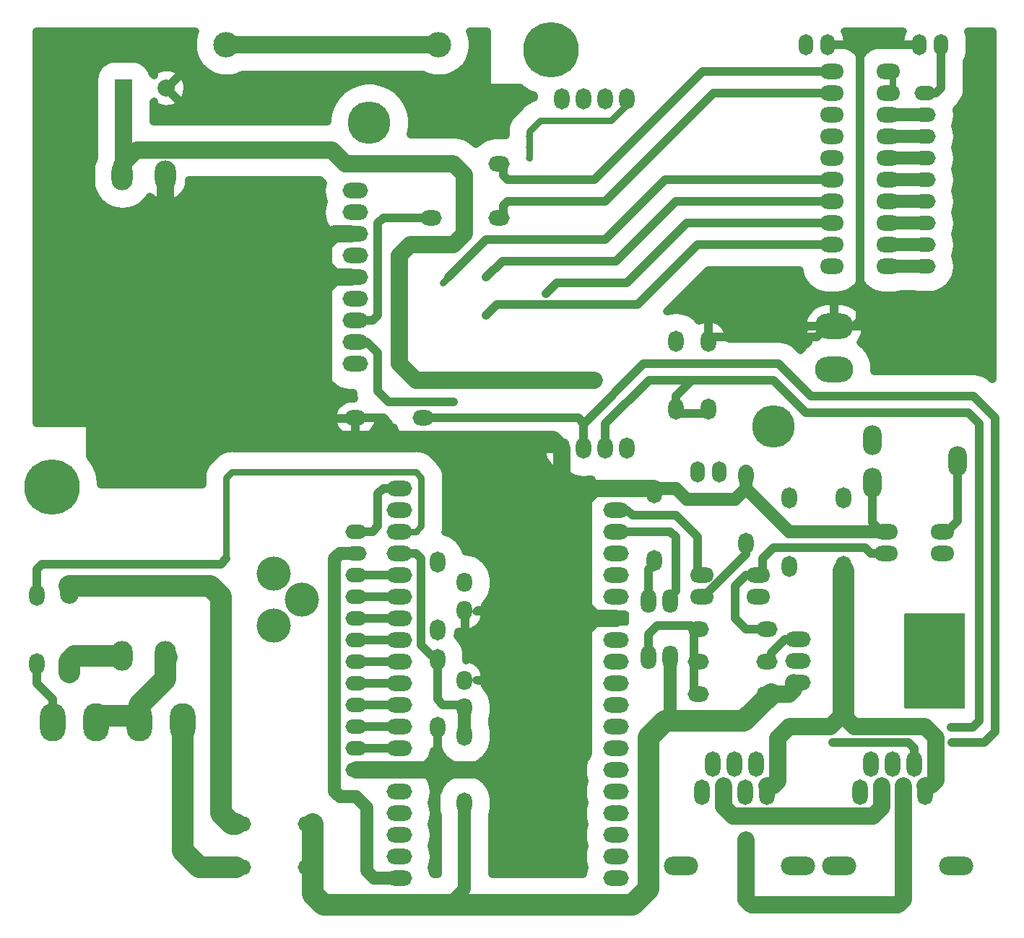
<source format=gtl>
G04 #@! TF.GenerationSoftware,KiCad,Pcbnew,5.1.5+dfsg1-2build2*
G04 #@! TF.CreationDate,2023-03-02T23:39:50+01:00*
G04 #@! TF.ProjectId,RSensHub,5253656e-7348-4756-922e-6b696361645f,rev?*
G04 #@! TF.SameCoordinates,Original*
G04 #@! TF.FileFunction,Copper,L1,Top*
G04 #@! TF.FilePolarity,Positive*
%FSLAX46Y46*%
G04 Gerber Fmt 4.6, Leading zero omitted, Abs format (unit mm)*
G04 Created by KiCad (PCBNEW 5.1.5+dfsg1-2build2) date 2023-03-02 23:39:50*
%MOMM*%
%LPD*%
G04 APERTURE LIST*
%ADD10C,0.800000*%
%ADD11C,6.500000*%
%ADD12O,4.500000X3.000000*%
%ADD13O,4.000000X2.200000*%
%ADD14O,1.800000X3.000000*%
%ADD15O,2.500000X1.800000*%
%ADD16C,4.000000*%
%ADD17O,2.500000X3.500000*%
%ADD18O,1.800000X2.500000*%
%ADD19O,2.800000X1.800000*%
%ADD20O,1.800000X2.800000*%
%ADD21O,2.200000X3.500000*%
%ADD22C,5.000000*%
%ADD23O,3.000000X1.800000*%
%ADD24C,0.150000*%
%ADD25O,5.000000X5.000000*%
%ADD26O,2.500000X1.700000*%
%ADD27O,2.200000X3.200000*%
%ADD28O,1.700000X2.500000*%
%ADD29O,3.000000X4.500000*%
%ADD30O,1.800000X2.300000*%
%ADD31C,2.000000*%
%ADD32R,2.000000X2.000000*%
%ADD33O,3.000000X3.000000*%
%ADD34C,2.500000*%
%ADD35C,2.000000*%
%ADD36C,1.000000*%
%ADD37C,1.500000*%
%ADD38C,0.800000*%
%ADD39C,0.900000*%
G04 APERTURE END LIST*
D10*
X306948400Y-77927200D03*
X303107410Y-79518190D03*
X306289390Y-76336210D03*
X304698400Y-75677200D03*
X304698400Y-80177200D03*
X306289390Y-79518190D03*
X303107410Y-76336210D03*
X302448400Y-77927200D03*
D11*
X304698400Y-77927200D03*
D10*
X363220000Y-24420000D03*
X364810990Y-28260990D03*
X361629010Y-25079010D03*
X360970000Y-26670000D03*
X365470000Y-26670000D03*
X364810990Y-25079010D03*
X361629010Y-28260990D03*
X363220000Y-28920000D03*
D11*
X363220000Y-26670000D03*
D12*
X396355000Y-59055000D03*
X396355000Y-64135000D03*
D13*
X392165000Y-122428000D03*
X378471000Y-122428000D03*
D14*
X389763000Y-110490000D03*
X388493000Y-113780000D03*
X387223000Y-110490000D03*
X385953000Y-113780000D03*
X384683000Y-110490000D03*
X383413000Y-113780000D03*
X382143000Y-110490000D03*
X380873000Y-113780000D03*
D15*
X380484000Y-98425000D03*
X388484000Y-98425000D03*
X326780000Y-122555000D03*
X334780000Y-122555000D03*
D16*
X334010000Y-91186000D03*
X330708000Y-88138000D03*
X330708000Y-94234000D03*
D17*
X318008000Y-41402000D03*
X312928000Y-41402000D03*
X318008000Y-97790000D03*
X312928000Y-97790000D03*
D18*
X375285000Y-78605000D03*
X375285000Y-86605000D03*
D19*
X402455000Y-85725000D03*
X409075000Y-83185000D03*
X402455000Y-83185000D03*
X409075000Y-85725000D03*
X387485000Y-88265000D03*
X380865000Y-90805000D03*
X387485000Y-90805000D03*
X380865000Y-88265000D03*
D20*
X377190000Y-97925000D03*
X374650000Y-91305000D03*
X374650000Y-97925000D03*
X377190000Y-91305000D03*
D21*
X400845000Y-77430000D03*
X410845000Y-74930000D03*
X400845000Y-72430000D03*
D18*
X391160000Y-79240000D03*
X391160000Y-87240000D03*
X397510000Y-79240000D03*
X397510000Y-87240000D03*
D15*
X388484000Y-94615000D03*
X380484000Y-94615000D03*
X380484000Y-102235000D03*
X388484000Y-102235000D03*
D18*
X386080000Y-76590000D03*
X386080000Y-84590000D03*
D22*
X408432000Y-98348800D03*
D23*
X392168000Y-100888800D03*
X392168000Y-98348800D03*
X392168000Y-95808800D03*
G04 #@! TA.AperFunction,SMDPad,CuDef*
D24*
G36*
X411604738Y-92759485D02*
G01*
X411618542Y-92761532D01*
X411632078Y-92764923D01*
X411645218Y-92769624D01*
X411657833Y-92775591D01*
X411669802Y-92782765D01*
X411681011Y-92791078D01*
X411691351Y-92800449D01*
X411700722Y-92810789D01*
X411709035Y-92821998D01*
X411716209Y-92833967D01*
X411722176Y-92846582D01*
X411726877Y-92859722D01*
X411730268Y-92873258D01*
X411732315Y-92887062D01*
X411733000Y-92901000D01*
X411733000Y-103796600D01*
X411732315Y-103810538D01*
X411730268Y-103824342D01*
X411726877Y-103837878D01*
X411722176Y-103851018D01*
X411716209Y-103863633D01*
X411709035Y-103875602D01*
X411700722Y-103886811D01*
X411691351Y-103897151D01*
X411681011Y-103906522D01*
X411669802Y-103914835D01*
X411657833Y-103922009D01*
X411645218Y-103927976D01*
X411632078Y-103932677D01*
X411618542Y-103936068D01*
X411604738Y-103938115D01*
X411590800Y-103938800D01*
X404765200Y-103938800D01*
X404751262Y-103938115D01*
X404737458Y-103936068D01*
X404723922Y-103932677D01*
X404710782Y-103927976D01*
X404698167Y-103922009D01*
X404686198Y-103914835D01*
X404674989Y-103906522D01*
X404664649Y-103897151D01*
X404655278Y-103886811D01*
X404646965Y-103875602D01*
X404639791Y-103863633D01*
X404633824Y-103851018D01*
X404629123Y-103837878D01*
X404625732Y-103824342D01*
X404623685Y-103810538D01*
X404623000Y-103796600D01*
X404623000Y-92901000D01*
X404623685Y-92887062D01*
X404625732Y-92873258D01*
X404629123Y-92859722D01*
X404633824Y-92846582D01*
X404639791Y-92833967D01*
X404646965Y-92821998D01*
X404655278Y-92810789D01*
X404664649Y-92800449D01*
X404674989Y-92791078D01*
X404686198Y-92782765D01*
X404698167Y-92775591D01*
X404710782Y-92769624D01*
X404723922Y-92764923D01*
X404737458Y-92761532D01*
X404751262Y-92759485D01*
X404765200Y-92758800D01*
X411590800Y-92758800D01*
X411604738Y-92759485D01*
G37*
G04 #@! TD.AperFunction*
D25*
X389255000Y-70866000D03*
X341884000Y-35179000D03*
D23*
X340225000Y-63500000D03*
X340225000Y-60960000D03*
X340225000Y-58420000D03*
X340225000Y-55880000D03*
X340225000Y-53340000D03*
X340225000Y-50800000D03*
X340225000Y-48260000D03*
X340225000Y-45720000D03*
X340225000Y-43180000D03*
D18*
X349885000Y-94750000D03*
X349885000Y-86750000D03*
X349885000Y-106180000D03*
X349885000Y-98180000D03*
X367030000Y-73406000D03*
X369570000Y-73406000D03*
X364490000Y-73406000D03*
X372110000Y-73406000D03*
X364470000Y-32406000D03*
X367010000Y-32406000D03*
X369550000Y-32406000D03*
X372090000Y-32406000D03*
D23*
X370840000Y-90805000D03*
X370840000Y-108585000D03*
X370840000Y-88265000D03*
X370840000Y-83185000D03*
X370840000Y-85725000D03*
X370840000Y-113665000D03*
X370840000Y-118745000D03*
X370840000Y-111125000D03*
G04 #@! TA.AperFunction,ComponentPad*
D24*
G36*
X371934108Y-77207167D02*
G01*
X371977791Y-77213647D01*
X372020628Y-77224377D01*
X372062208Y-77239254D01*
X372102129Y-77258135D01*
X372140007Y-77280839D01*
X372175477Y-77307145D01*
X372208198Y-77336802D01*
X372237855Y-77369523D01*
X372264161Y-77404993D01*
X372286865Y-77442871D01*
X372305746Y-77482792D01*
X372320623Y-77524372D01*
X372331353Y-77567209D01*
X372337833Y-77610892D01*
X372340000Y-77655000D01*
X372340000Y-78555000D01*
X372337833Y-78599108D01*
X372331353Y-78642791D01*
X372320623Y-78685628D01*
X372305746Y-78727208D01*
X372286865Y-78767129D01*
X372264161Y-78805007D01*
X372237855Y-78840477D01*
X372208198Y-78873198D01*
X372175477Y-78902855D01*
X372140007Y-78929161D01*
X372102129Y-78951865D01*
X372062208Y-78970746D01*
X372020628Y-78985623D01*
X371977791Y-78996353D01*
X371934108Y-79002833D01*
X371890000Y-79005000D01*
X369790000Y-79005000D01*
X369745892Y-79002833D01*
X369702209Y-78996353D01*
X369659372Y-78985623D01*
X369617792Y-78970746D01*
X369577871Y-78951865D01*
X369539993Y-78929161D01*
X369504523Y-78902855D01*
X369471802Y-78873198D01*
X369442145Y-78840477D01*
X369415839Y-78805007D01*
X369393135Y-78767129D01*
X369374254Y-78727208D01*
X369359377Y-78685628D01*
X369348647Y-78642791D01*
X369342167Y-78599108D01*
X369340000Y-78555000D01*
X369340000Y-77655000D01*
X369342167Y-77610892D01*
X369348647Y-77567209D01*
X369359377Y-77524372D01*
X369374254Y-77482792D01*
X369393135Y-77442871D01*
X369415839Y-77404993D01*
X369442145Y-77369523D01*
X369471802Y-77336802D01*
X369504523Y-77307145D01*
X369539993Y-77280839D01*
X369577871Y-77258135D01*
X369617792Y-77239254D01*
X369659372Y-77224377D01*
X369702209Y-77213647D01*
X369745892Y-77207167D01*
X369790000Y-77205000D01*
X371890000Y-77205000D01*
X371934108Y-77207167D01*
G37*
G04 #@! TD.AperFunction*
D23*
X370840000Y-123825000D03*
X370840000Y-121285000D03*
X370840000Y-100965000D03*
X370840000Y-95885000D03*
X370840000Y-98425000D03*
X370840000Y-106045000D03*
X370840000Y-116205000D03*
X370840000Y-103505000D03*
G04 #@! TA.AperFunction,ComponentPad*
D24*
G36*
X371934108Y-92447167D02*
G01*
X371977791Y-92453647D01*
X372020628Y-92464377D01*
X372062208Y-92479254D01*
X372102129Y-92498135D01*
X372140007Y-92520839D01*
X372175477Y-92547145D01*
X372208198Y-92576802D01*
X372237855Y-92609523D01*
X372264161Y-92644993D01*
X372286865Y-92682871D01*
X372305746Y-92722792D01*
X372320623Y-92764372D01*
X372331353Y-92807209D01*
X372337833Y-92850892D01*
X372340000Y-92895000D01*
X372340000Y-93795000D01*
X372337833Y-93839108D01*
X372331353Y-93882791D01*
X372320623Y-93925628D01*
X372305746Y-93967208D01*
X372286865Y-94007129D01*
X372264161Y-94045007D01*
X372237855Y-94080477D01*
X372208198Y-94113198D01*
X372175477Y-94142855D01*
X372140007Y-94169161D01*
X372102129Y-94191865D01*
X372062208Y-94210746D01*
X372020628Y-94225623D01*
X371977791Y-94236353D01*
X371934108Y-94242833D01*
X371890000Y-94245000D01*
X369790000Y-94245000D01*
X369745892Y-94242833D01*
X369702209Y-94236353D01*
X369659372Y-94225623D01*
X369617792Y-94210746D01*
X369577871Y-94191865D01*
X369539993Y-94169161D01*
X369504523Y-94142855D01*
X369471802Y-94113198D01*
X369442145Y-94080477D01*
X369415839Y-94045007D01*
X369393135Y-94007129D01*
X369374254Y-93967208D01*
X369359377Y-93925628D01*
X369348647Y-93882791D01*
X369342167Y-93839108D01*
X369340000Y-93795000D01*
X369340000Y-92895000D01*
X369342167Y-92850892D01*
X369348647Y-92807209D01*
X369359377Y-92764372D01*
X369374254Y-92722792D01*
X369393135Y-92682871D01*
X369415839Y-92644993D01*
X369442145Y-92609523D01*
X369471802Y-92576802D01*
X369504523Y-92547145D01*
X369539993Y-92520839D01*
X369577871Y-92498135D01*
X369617792Y-92479254D01*
X369659372Y-92464377D01*
X369702209Y-92453647D01*
X369745892Y-92447167D01*
X369790000Y-92445000D01*
X371890000Y-92445000D01*
X371934108Y-92447167D01*
G37*
G04 #@! TD.AperFunction*
D23*
X370840000Y-80645000D03*
X345440000Y-90805000D03*
X345440000Y-80645000D03*
X345440000Y-93345000D03*
X345440000Y-95885000D03*
X345440000Y-98425000D03*
X345440000Y-78105000D03*
X345440000Y-83185000D03*
X345440000Y-85725000D03*
X345440000Y-88265000D03*
X345440000Y-121285000D03*
X345440000Y-123825000D03*
X345440000Y-116205000D03*
X345440000Y-118745000D03*
G04 #@! TA.AperFunction,ComponentPad*
D24*
G36*
X346534108Y-110227167D02*
G01*
X346577791Y-110233647D01*
X346620628Y-110244377D01*
X346662208Y-110259254D01*
X346702129Y-110278135D01*
X346740007Y-110300839D01*
X346775477Y-110327145D01*
X346808198Y-110356802D01*
X346837855Y-110389523D01*
X346864161Y-110424993D01*
X346886865Y-110462871D01*
X346905746Y-110502792D01*
X346920623Y-110544372D01*
X346931353Y-110587209D01*
X346937833Y-110630892D01*
X346940000Y-110675000D01*
X346940000Y-111575000D01*
X346937833Y-111619108D01*
X346931353Y-111662791D01*
X346920623Y-111705628D01*
X346905746Y-111747208D01*
X346886865Y-111787129D01*
X346864161Y-111825007D01*
X346837855Y-111860477D01*
X346808198Y-111893198D01*
X346775477Y-111922855D01*
X346740007Y-111949161D01*
X346702129Y-111971865D01*
X346662208Y-111990746D01*
X346620628Y-112005623D01*
X346577791Y-112016353D01*
X346534108Y-112022833D01*
X346490000Y-112025000D01*
X344390000Y-112025000D01*
X344345892Y-112022833D01*
X344302209Y-112016353D01*
X344259372Y-112005623D01*
X344217792Y-111990746D01*
X344177871Y-111971865D01*
X344139993Y-111949161D01*
X344104523Y-111922855D01*
X344071802Y-111893198D01*
X344042145Y-111860477D01*
X344015839Y-111825007D01*
X343993135Y-111787129D01*
X343974254Y-111747208D01*
X343959377Y-111705628D01*
X343948647Y-111662791D01*
X343942167Y-111619108D01*
X343940000Y-111575000D01*
X343940000Y-110675000D01*
X343942167Y-110630892D01*
X343948647Y-110587209D01*
X343959377Y-110544372D01*
X343974254Y-110502792D01*
X343993135Y-110462871D01*
X344015839Y-110424993D01*
X344042145Y-110389523D01*
X344071802Y-110356802D01*
X344104523Y-110327145D01*
X344139993Y-110300839D01*
X344177871Y-110278135D01*
X344217792Y-110259254D01*
X344259372Y-110244377D01*
X344302209Y-110233647D01*
X344345892Y-110227167D01*
X344390000Y-110225000D01*
X346490000Y-110225000D01*
X346534108Y-110227167D01*
G37*
G04 #@! TD.AperFunction*
D23*
X345440000Y-113665000D03*
X345440000Y-100965000D03*
X345440000Y-103505000D03*
X345440000Y-106045000D03*
X345440000Y-108585000D03*
D26*
X340360000Y-111125000D03*
X340360000Y-108585000D03*
X340360000Y-106045000D03*
X340360000Y-103505000D03*
X340360000Y-100965000D03*
X340360000Y-98425000D03*
X340360000Y-95885000D03*
X340360000Y-93345000D03*
X340360000Y-90805000D03*
X340360000Y-88265000D03*
X340360000Y-85725000D03*
X340360000Y-83185000D03*
D27*
X306705000Y-90035000D03*
X306705000Y-99195000D03*
D19*
X402725000Y-52070000D03*
X402725000Y-49530000D03*
X402725000Y-46990000D03*
X402725000Y-44450000D03*
X402725000Y-41910000D03*
X402725000Y-39370000D03*
X402725000Y-36830000D03*
X402725000Y-34290000D03*
X402725000Y-31750000D03*
X402725000Y-29210000D03*
X396105000Y-52070000D03*
X396105000Y-49530000D03*
X396105000Y-46990000D03*
X396105000Y-44450000D03*
X396105000Y-41910000D03*
X396105000Y-39370000D03*
X396105000Y-36830000D03*
X396105000Y-34290000D03*
X396105000Y-31750000D03*
X396105000Y-29210000D03*
D26*
X407035000Y-52070000D03*
X407035000Y-49530000D03*
X407035000Y-46990000D03*
X407035000Y-44450000D03*
X407035000Y-41910000D03*
X407035000Y-39370000D03*
X407035000Y-36830000D03*
X407035000Y-34290000D03*
X407035000Y-31750000D03*
D15*
X349115000Y-40005000D03*
X357115000Y-40005000D03*
X340225000Y-69850000D03*
X348225000Y-69850000D03*
D18*
X381635000Y-60825000D03*
X381635000Y-68825000D03*
X377825000Y-60825000D03*
X377825000Y-68825000D03*
D15*
X357115000Y-46355000D03*
X349115000Y-46355000D03*
D18*
X353060000Y-107070000D03*
X353060000Y-115070000D03*
D15*
X334780000Y-117475000D03*
X326780000Y-117475000D03*
D18*
X302895000Y-90670000D03*
X302895000Y-98670000D03*
D28*
X382905000Y-76200000D03*
X380365000Y-76200000D03*
X393065000Y-26035000D03*
X395605000Y-26035000D03*
X408940000Y-26035000D03*
X406400000Y-26035000D03*
D29*
X320040000Y-105525000D03*
X314960000Y-105525000D03*
X309880000Y-105525000D03*
X304800000Y-105525000D03*
D13*
X410707000Y-122428000D03*
X397013000Y-122428000D03*
D14*
X408305000Y-110490000D03*
X407035000Y-113780000D03*
X405765000Y-110490000D03*
X404495000Y-113780000D03*
X403225000Y-110490000D03*
X401955000Y-113780000D03*
X400685000Y-110490000D03*
X399415000Y-113780000D03*
D30*
X353060000Y-103905000D03*
X353060000Y-100605000D03*
X353060000Y-89135000D03*
X353060000Y-92435000D03*
D31*
X318055000Y-31115000D03*
D32*
X313055000Y-31115000D03*
D33*
X325120000Y-26035000D03*
X350012000Y-26035000D03*
D10*
X329565000Y-50165000D03*
X329565000Y-51435000D03*
X328295000Y-51435000D03*
X328295000Y-50165000D03*
X329565000Y-72390000D03*
X328295000Y-72390000D03*
X328295000Y-71120000D03*
X329565000Y-71120000D03*
X329565000Y-52705000D03*
X329565000Y-69850000D03*
X321310000Y-76835000D03*
X321310000Y-75565000D03*
X320040000Y-75565000D03*
X320040000Y-76835000D03*
X303530000Y-69850000D03*
X304800000Y-69850000D03*
X328295000Y-52705000D03*
X328295000Y-69850000D03*
X309880000Y-50165000D03*
X311150000Y-50165000D03*
X311150000Y-51435000D03*
X309880000Y-51435000D03*
X303530000Y-25400000D03*
X304800000Y-25400000D03*
X303530000Y-26670000D03*
X304800000Y-26670000D03*
X320040000Y-25400000D03*
X320040000Y-26670000D03*
X318770000Y-26670000D03*
X318770000Y-25400000D03*
X335915000Y-34290000D03*
X335915000Y-33020000D03*
X334645000Y-33020000D03*
X334645000Y-34290000D03*
X350520000Y-31750000D03*
X351790000Y-31750000D03*
X350520000Y-33020000D03*
X351790000Y-33020000D03*
X384810000Y-60325000D03*
X386080000Y-60325000D03*
X386080000Y-59055000D03*
X384810000Y-59055000D03*
X387350000Y-59055000D03*
X387350000Y-60325000D03*
X387350000Y-52705000D03*
X387350000Y-53975000D03*
X386080000Y-53975000D03*
X386080000Y-52705000D03*
X384810000Y-52705000D03*
X384810000Y-53975000D03*
X401955000Y-64135000D03*
X401955000Y-62865000D03*
X403225000Y-62865000D03*
X403225000Y-64135000D03*
X414655000Y-24765000D03*
X413385000Y-24765000D03*
X413385000Y-26035000D03*
X414655000Y-26035000D03*
X414655000Y-27305000D03*
X413385000Y-27305000D03*
X401955000Y-55880000D03*
X403225000Y-55880000D03*
X403225000Y-57150000D03*
X401955000Y-57150000D03*
X414020000Y-55880000D03*
X412750000Y-55880000D03*
X412750000Y-57150000D03*
X414020000Y-57150000D03*
X412750000Y-54610000D03*
X414020000Y-54610000D03*
X356870000Y-122555000D03*
X356870000Y-121285000D03*
X358140000Y-121285000D03*
X358140000Y-122555000D03*
X366395000Y-122555000D03*
X366395000Y-121285000D03*
X365125000Y-121285000D03*
X365125000Y-122555000D03*
X361315000Y-109220000D03*
X362585000Y-109220000D03*
X356235000Y-109220000D03*
X357505000Y-109220000D03*
X349885000Y-123190000D03*
X349885000Y-121920000D03*
X349885000Y-118110000D03*
X349885000Y-116840000D03*
X347980000Y-111125000D03*
X349250000Y-111125000D03*
X398780000Y-107950000D03*
X397510000Y-107950000D03*
X396240000Y-107950000D03*
X411480000Y-107950000D03*
X412750000Y-107950000D03*
X410210000Y-107950000D03*
X411353000Y-106172000D03*
X412623000Y-106172000D03*
X412623000Y-106172000D03*
X410083000Y-106172000D03*
X386080000Y-119380000D03*
X386080000Y-120650000D03*
X386080000Y-121920000D03*
X349250000Y-67945000D03*
X350520000Y-67945000D03*
X351790000Y-67945000D03*
X357505000Y-51435000D03*
X356552500Y-52387500D03*
X355600000Y-53340000D03*
X356870000Y-56515000D03*
X355600000Y-57785000D03*
X360680000Y-36830000D03*
X360680000Y-38100000D03*
X360680000Y-39370000D03*
X363855000Y-53975000D03*
X362585000Y-55245000D03*
X353060000Y-51435000D03*
X352107500Y-52387500D03*
X351155000Y-53340000D03*
X368300000Y-65405000D03*
X367030000Y-65405000D03*
X365760000Y-65405000D03*
D34*
X318135000Y-97917000D02*
X318008000Y-97790000D01*
D35*
X340360000Y-111125000D02*
X345440000Y-111125000D01*
X318008000Y-47498000D02*
X318008000Y-41402000D01*
X318770000Y-48260000D02*
X318008000Y-47498000D01*
X336550000Y-54610000D02*
X337820000Y-53340000D01*
X337820000Y-72390000D02*
X336550000Y-71120000D01*
X343535000Y-72390000D02*
X337820000Y-72390000D01*
X339725000Y-53340000D02*
X337820000Y-53340000D01*
X337820000Y-53340000D02*
X336550000Y-52070000D01*
X336550000Y-52070000D02*
X336550000Y-49530000D01*
X336550000Y-49530000D02*
X337820000Y-48260000D01*
X339725000Y-48260000D02*
X337820000Y-48260000D01*
X336550000Y-49530000D02*
X335280000Y-48260000D01*
X335280000Y-48260000D02*
X318770000Y-48260000D01*
D36*
X349885000Y-109220000D02*
X347980000Y-111125000D01*
D35*
X367030000Y-79375000D02*
X368300000Y-78105000D01*
X367030000Y-92075000D02*
X367030000Y-79375000D01*
X368300000Y-93345000D02*
X367030000Y-92075000D01*
X370840000Y-93345000D02*
X368300000Y-93345000D01*
X368300000Y-78105000D02*
X370840000Y-78105000D01*
X368300000Y-93345000D02*
X367030000Y-94615000D01*
X365125000Y-111125000D02*
X365442500Y-110807500D01*
X345440000Y-111125000D02*
X349250000Y-111125000D01*
X367030000Y-94615000D02*
X367030000Y-109220000D01*
D36*
X349885000Y-109220000D02*
X349885000Y-106680000D01*
D35*
X336550000Y-71120000D02*
X336550000Y-54610000D01*
D36*
X344170000Y-70485000D02*
X344170000Y-72390000D01*
X343535000Y-69850000D02*
X344170000Y-70485000D01*
X339725000Y-69850000D02*
X343535000Y-69850000D01*
D35*
X343535000Y-72390000D02*
X344170000Y-72390000D01*
D34*
X318008000Y-100457000D02*
X318008000Y-97790000D01*
X314960000Y-103505000D02*
X318008000Y-100457000D01*
X314960000Y-104775000D02*
X314960000Y-103505000D01*
X309880000Y-104775000D02*
X314960000Y-104775000D01*
D37*
X386080000Y-76090000D02*
X386080000Y-78105000D01*
X386080000Y-78105000D02*
X384810000Y-79375000D01*
X384810000Y-79375000D02*
X379095000Y-79375000D01*
X377825000Y-78105000D02*
X375285000Y-78105000D01*
X379095000Y-79375000D02*
X377825000Y-78105000D01*
D36*
X394335000Y-60325000D02*
X395605000Y-59055000D01*
X381635000Y-60325000D02*
X384810000Y-60325000D01*
X406400000Y-26035000D02*
X400050000Y-26035000D01*
X400050000Y-26035000D02*
X399415000Y-26670000D01*
X399415000Y-26670000D02*
X399415000Y-58420000D01*
X398780000Y-59055000D02*
X395605000Y-59055000D01*
X399415000Y-58420000D02*
X398780000Y-59055000D01*
X399415000Y-26670000D02*
X398780000Y-26035000D01*
X398780000Y-26035000D02*
X395605000Y-26035000D01*
D35*
X363474000Y-72390000D02*
X364490000Y-73406000D01*
X344170000Y-72390000D02*
X363474000Y-72390000D01*
X367030000Y-79196000D02*
X367030000Y-79375000D01*
X364490000Y-76656000D02*
X367030000Y-79196000D01*
X364490000Y-73406000D02*
X364490000Y-76656000D01*
X370840000Y-78105000D02*
X375285000Y-78105000D01*
D37*
X391160000Y-83185000D02*
X401955000Y-83185000D01*
X386080000Y-78105000D02*
X391160000Y-83185000D01*
D36*
X400845000Y-82075000D02*
X401955000Y-83185000D01*
X400845000Y-77430000D02*
X400845000Y-82075000D01*
X384810000Y-60325000D02*
X386080000Y-60325000D01*
X386080000Y-60325000D02*
X387350000Y-60325000D01*
X387350000Y-60325000D02*
X394335000Y-60325000D01*
D35*
X366395000Y-109855000D02*
X367030000Y-109220000D01*
X365442500Y-110807500D02*
X366395000Y-109855000D01*
D36*
X347980000Y-111125000D02*
X347980000Y-111125000D01*
D35*
X349250000Y-111125000D02*
X365125000Y-111125000D01*
D34*
X335280000Y-117475000D02*
X335280000Y-122555000D01*
X335280000Y-122555000D02*
X335280000Y-125730000D01*
X335280000Y-125730000D02*
X336550000Y-127000000D01*
D37*
X353060000Y-125095000D02*
X351155000Y-127000000D01*
X353060000Y-115570000D02*
X353060000Y-125095000D01*
D34*
X336550000Y-127000000D02*
X351155000Y-127000000D01*
X374650000Y-125095000D02*
X372745000Y-127000000D01*
X372745000Y-127000000D02*
X351155000Y-127000000D01*
X374650000Y-125095000D02*
X374650000Y-107315000D01*
X376555000Y-105410000D02*
X385809000Y-105410000D01*
X385809000Y-105410000D02*
X388984000Y-102235000D01*
X374650000Y-107315000D02*
X376555000Y-105410000D01*
D37*
X377190000Y-104775000D02*
X376555000Y-105410000D01*
X377190000Y-98425000D02*
X377190000Y-104775000D01*
D35*
X391668000Y-100888800D02*
X391668000Y-101727000D01*
X391160000Y-102235000D02*
X388984000Y-102235000D01*
X391668000Y-101727000D02*
X391160000Y-102235000D01*
D36*
X304800000Y-104775000D02*
X304800000Y-103505000D01*
X304800000Y-104775000D02*
X304800000Y-102870000D01*
X302895000Y-100965000D02*
X302895000Y-99170000D01*
X304800000Y-102870000D02*
X302895000Y-100965000D01*
X348725000Y-69850000D02*
X366395000Y-69850000D01*
X366395000Y-69850000D02*
X367030000Y-70485000D01*
X396240000Y-107950000D02*
X404495000Y-107950000D01*
X405765000Y-110490000D02*
X405765000Y-108585000D01*
X405765000Y-108585000D02*
X405130000Y-107950000D01*
X405130000Y-107950000D02*
X404495000Y-107950000D01*
X367030000Y-73406000D02*
X367030000Y-70485000D01*
X367035000Y-70485000D02*
X367030000Y-70485000D01*
X374050000Y-63500000D02*
X367050000Y-70500000D01*
X389890000Y-63500000D02*
X374050000Y-63500000D01*
X393700000Y-67310000D02*
X389890000Y-63500000D01*
X415290000Y-69850000D02*
X412750000Y-67310000D01*
X412750000Y-67310000D02*
X393700000Y-67310000D01*
X415290000Y-106680000D02*
X415290000Y-69850000D01*
X367050000Y-70500000D02*
X367035000Y-70485000D01*
X414020000Y-107950000D02*
X415290000Y-106680000D01*
X410210000Y-107950000D02*
X414020000Y-107950000D01*
X410083000Y-106172000D02*
X412623000Y-106172000D01*
X381635000Y-69325000D02*
X377825000Y-69325000D01*
X377825000Y-67310000D02*
X379730000Y-65405000D01*
X377825000Y-69325000D02*
X377825000Y-67310000D01*
X374685000Y-65405000D02*
X379730000Y-65405000D01*
X369570000Y-70520000D02*
X374685000Y-65405000D01*
X369570000Y-73406000D02*
X369570000Y-70520000D01*
X385445000Y-65405000D02*
X379730000Y-65405000D01*
X389255000Y-65405000D02*
X385445000Y-65405000D01*
X393065000Y-69215000D02*
X389255000Y-65405000D01*
X412115000Y-69215000D02*
X393065000Y-69215000D01*
X413385000Y-70485000D02*
X412115000Y-69215000D01*
X413385000Y-105410000D02*
X413385000Y-70485000D01*
X412623000Y-106172000D02*
X413385000Y-105410000D01*
X345440000Y-78105000D02*
X343535000Y-78105000D01*
X343535000Y-78105000D02*
X342900000Y-78740000D01*
X342900000Y-78740000D02*
X342900000Y-82550000D01*
X342900000Y-82550000D02*
X342265000Y-83185000D01*
X342265000Y-83185000D02*
X340360000Y-83185000D01*
X339725000Y-58420000D02*
X342265000Y-58420000D01*
X342265000Y-58420000D02*
X342900000Y-57785000D01*
X342900000Y-57785000D02*
X342900000Y-46990000D01*
X343535000Y-46355000D02*
X348615000Y-46355000D01*
X342900000Y-46990000D02*
X343535000Y-46355000D01*
D38*
X347980000Y-82550000D02*
X347345000Y-83185000D01*
X347980000Y-76835000D02*
X347980000Y-82550000D01*
X347345000Y-76200000D02*
X347980000Y-76835000D01*
X325755000Y-76200000D02*
X347345000Y-76200000D01*
X325120000Y-76835000D02*
X325755000Y-76200000D01*
X347345000Y-83185000D02*
X345440000Y-83185000D01*
X325120000Y-86360000D02*
X325120000Y-76835000D01*
D36*
X324485000Y-86995000D02*
X325120000Y-86360000D01*
X303530000Y-86995000D02*
X324485000Y-86995000D01*
X302895000Y-87630000D02*
X303530000Y-86995000D01*
X302895000Y-90170000D02*
X302895000Y-87630000D01*
X349885000Y-97680000D02*
X349885000Y-102870000D01*
X350520000Y-103505000D02*
X353060000Y-103505000D01*
X349885000Y-102870000D02*
X350520000Y-103505000D01*
X345440000Y-85725000D02*
X347345000Y-85725000D01*
X349885000Y-97680000D02*
X349140000Y-97680000D01*
X349140000Y-97680000D02*
X347980000Y-96520000D01*
X347980000Y-86360000D02*
X347345000Y-85725000D01*
X347980000Y-96520000D02*
X347980000Y-86360000D01*
D37*
X353060000Y-106570000D02*
X353060000Y-103505000D01*
D35*
X404495000Y-126365000D02*
X404495000Y-113030000D01*
X386715000Y-127000000D02*
X403860000Y-127000000D01*
X386080000Y-126365000D02*
X386715000Y-127000000D01*
X403860000Y-127000000D02*
X404495000Y-126365000D01*
X386080000Y-119380000D02*
X386080000Y-126365000D01*
X383413000Y-113030000D02*
X383413000Y-115443000D01*
X383413000Y-115443000D02*
X384549999Y-116579999D01*
X401955000Y-115570000D02*
X401955000Y-113030000D01*
X400945001Y-116579999D02*
X401955000Y-115570000D01*
X384549999Y-116579999D02*
X400945001Y-116579999D01*
D36*
X339725000Y-60960000D02*
X341630000Y-60960000D01*
X341630000Y-60960000D02*
X342900000Y-62230000D01*
X342900000Y-62230000D02*
X342900000Y-66675000D01*
X342900000Y-66675000D02*
X344170000Y-67945000D01*
X344170000Y-67945000D02*
X349250000Y-67945000D01*
X349250000Y-67945000D02*
X350520000Y-67945000D01*
X350520000Y-67945000D02*
X351790000Y-67945000D01*
X355600000Y-53340000D02*
X357505000Y-51435000D01*
X357505000Y-51435000D02*
X370840000Y-51435000D01*
X377825000Y-44450000D02*
X395605000Y-44450000D01*
X370840000Y-51435000D02*
X377825000Y-44450000D01*
D38*
X356870000Y-56515000D02*
X356870000Y-56515000D01*
X355600000Y-57785000D02*
X355600000Y-57785000D01*
X360680000Y-39370000D02*
X360680000Y-36830000D01*
D36*
X380365000Y-49530000D02*
X373380000Y-56515000D01*
X395605000Y-49530000D02*
X380365000Y-49530000D01*
X356870000Y-56515000D02*
X355600000Y-57785000D01*
X373380000Y-56515000D02*
X356870000Y-56515000D01*
D38*
X372090000Y-33040000D02*
X372090000Y-32406000D01*
X370205000Y-34925000D02*
X372090000Y-33040000D01*
X361950000Y-34925000D02*
X370205000Y-34925000D01*
X360680000Y-36195000D02*
X361950000Y-34925000D01*
X360680000Y-36830000D02*
X360680000Y-36195000D01*
X363855000Y-53975000D02*
X363855000Y-53975000D01*
D36*
X362585000Y-55245000D02*
X363855000Y-53975000D01*
X363855000Y-53975000D02*
X372110000Y-53975000D01*
X379095000Y-46990000D02*
X395605000Y-46990000D01*
X372110000Y-53975000D02*
X379095000Y-46990000D01*
D38*
X355600000Y-48895000D02*
X350520000Y-53975000D01*
D36*
X355600000Y-48895000D02*
X369570000Y-48895000D01*
X376555000Y-41910000D02*
X395605000Y-41910000D01*
X369570000Y-48895000D02*
X376555000Y-41910000D01*
X351155000Y-53340000D02*
X355600000Y-48895000D01*
D35*
X313055000Y-41275000D02*
X312928000Y-41402000D01*
X313055000Y-31115000D02*
X313055000Y-41275000D01*
X368300000Y-65405000D02*
X368300000Y-65405000D01*
X367030000Y-65405000D02*
X368300000Y-65405000D01*
X365760000Y-65405000D02*
X367030000Y-65405000D01*
X365760000Y-65405000D02*
X354330000Y-65405000D01*
X312928000Y-40132000D02*
X312928000Y-41402000D01*
X314608010Y-38451990D02*
X312928000Y-40132000D01*
X337536990Y-38451990D02*
X314608010Y-38451990D01*
X339090000Y-40005000D02*
X337536990Y-38451990D01*
X348615000Y-40005000D02*
X339090000Y-40005000D01*
X347345000Y-65405000D02*
X354330000Y-65405000D01*
X345440000Y-63500000D02*
X347345000Y-65405000D01*
X345440000Y-50800000D02*
X345440000Y-63500000D01*
X351790000Y-49530000D02*
X346710000Y-49530000D01*
X353060000Y-48260000D02*
X351790000Y-49530000D01*
X351790000Y-40005000D02*
X353060000Y-41275000D01*
X346710000Y-49530000D02*
X345440000Y-50800000D01*
X353060000Y-41275000D02*
X353060000Y-48260000D01*
X348615000Y-40005000D02*
X351790000Y-40005000D01*
D37*
X345440000Y-123825000D02*
X344170000Y-123825000D01*
X337820000Y-113665000D02*
X338455000Y-114300000D01*
X337820000Y-86360000D02*
X337820000Y-113665000D01*
X338455000Y-85725000D02*
X337820000Y-86360000D01*
X340360000Y-85725000D02*
X338455000Y-85725000D01*
X342440000Y-123825000D02*
X341630000Y-123015000D01*
X345440000Y-123825000D02*
X342440000Y-123825000D01*
X341630000Y-123015000D02*
X341630000Y-115570000D01*
X341630000Y-115570000D02*
X340360000Y-114300000D01*
X338455000Y-114300000D02*
X340360000Y-114300000D01*
D35*
X350012000Y-26035000D02*
X325120000Y-26035000D01*
D34*
X306705000Y-99695000D02*
X306705000Y-98425000D01*
X307340000Y-97790000D02*
X312928000Y-97790000D01*
X306705000Y-98425000D02*
X307340000Y-97790000D01*
D38*
X403225000Y-31750000D02*
X403225000Y-29210000D01*
D36*
X357615000Y-44975000D02*
X358140000Y-44450000D01*
X357615000Y-46355000D02*
X357615000Y-44975000D01*
X358140000Y-44450000D02*
X369570000Y-44450000D01*
X382270000Y-31750000D02*
X395605000Y-31750000D01*
X369570000Y-44450000D02*
X382270000Y-31750000D01*
X357615000Y-41385000D02*
X357615000Y-40005000D01*
X358140000Y-41910000D02*
X357615000Y-41385000D01*
X358140000Y-41910000D02*
X368300000Y-41910000D01*
X381000000Y-29210000D02*
X395605000Y-29210000D01*
X368300000Y-41910000D02*
X381000000Y-29210000D01*
X408940000Y-26035000D02*
X408940000Y-31115000D01*
X408305000Y-31750000D02*
X407035000Y-31750000D01*
X408940000Y-31115000D02*
X408305000Y-31750000D01*
D37*
X403225000Y-52070000D02*
X407035000Y-52070000D01*
X403225000Y-49530000D02*
X407035000Y-49530000D01*
X403225000Y-46990000D02*
X407035000Y-46990000D01*
X403225000Y-44450000D02*
X407035000Y-44450000D01*
X403225000Y-41910000D02*
X407035000Y-41910000D01*
X403225000Y-39370000D02*
X407035000Y-39370000D01*
X403225000Y-36830000D02*
X407035000Y-36830000D01*
X403225000Y-34290000D02*
X407035000Y-34290000D01*
D36*
X372110000Y-80645000D02*
X370840000Y-80645000D01*
X372745000Y-81280000D02*
X372110000Y-80645000D01*
X377825000Y-81280000D02*
X372745000Y-81280000D01*
X380365000Y-83820000D02*
X377825000Y-81280000D01*
X380365000Y-88265000D02*
X380365000Y-83820000D01*
X377190000Y-83185000D02*
X377825000Y-83820000D01*
X370840000Y-83185000D02*
X377190000Y-83185000D01*
X377825000Y-90170000D02*
X377190000Y-90805000D01*
X377825000Y-83820000D02*
X377825000Y-90170000D01*
X410845000Y-81915000D02*
X409575000Y-83185000D01*
X410845000Y-74930000D02*
X410845000Y-81915000D01*
D34*
X306705000Y-89535000D02*
X323215000Y-89535000D01*
X323215000Y-89535000D02*
X324485000Y-90805000D01*
X324485000Y-90805000D02*
X324485000Y-116205000D01*
X325755000Y-117475000D02*
X326280000Y-117475000D01*
X324485000Y-116205000D02*
X325755000Y-117475000D01*
D36*
X340360000Y-108585000D02*
X345440000Y-108585000D01*
X340360000Y-106045000D02*
X345440000Y-106045000D01*
X345440000Y-103505000D02*
X340360000Y-103505000D01*
X340360000Y-100965000D02*
X345440000Y-100965000D01*
X345440000Y-98425000D02*
X340360000Y-98425000D01*
X340360000Y-95885000D02*
X345440000Y-95885000D01*
X345440000Y-93345000D02*
X340360000Y-93345000D01*
X340360000Y-90805000D02*
X345440000Y-90805000D01*
X345440000Y-88265000D02*
X340360000Y-88265000D01*
D35*
X408305000Y-110490000D02*
X408305000Y-112395000D01*
X407670000Y-113030000D02*
X408305000Y-112395000D01*
X407035000Y-113030000D02*
X407670000Y-113030000D01*
X388493000Y-113030000D02*
X389255000Y-113030000D01*
X389763000Y-112522000D02*
X389763000Y-110490000D01*
X389255000Y-113030000D02*
X389763000Y-112522000D01*
X397510000Y-103886000D02*
X397510000Y-104140000D01*
X397510000Y-104775000D02*
X398780000Y-106045000D01*
X398780000Y-106045000D02*
X407035000Y-106045000D01*
X389763000Y-107442000D02*
X389763000Y-110490000D01*
X391160000Y-106045000D02*
X389763000Y-107442000D01*
X395986000Y-106045000D02*
X391160000Y-106045000D01*
X397510000Y-104521000D02*
X395986000Y-106045000D01*
X407035000Y-106045000D02*
X408305000Y-107315000D01*
X408305000Y-110490000D02*
X408305000Y-107315000D01*
D34*
X397510000Y-87740000D02*
X397510000Y-104521000D01*
D36*
X388984000Y-98425000D02*
X388984000Y-97426000D01*
X390601200Y-95808800D02*
X391668000Y-95808800D01*
X388984000Y-97426000D02*
X390601200Y-95808800D01*
X374650000Y-90805000D02*
X374650000Y-87630000D01*
X374650000Y-87630000D02*
X375285000Y-87105000D01*
X374650000Y-87740000D02*
X374650000Y-87630000D01*
X380365000Y-90805000D02*
X381087755Y-90805000D01*
X386080000Y-85812755D02*
X386080000Y-85090000D01*
X381087755Y-90805000D02*
X386080000Y-85812755D01*
X374650000Y-98425000D02*
X374650000Y-95250000D01*
X374650000Y-95250000D02*
X375666000Y-94234000D01*
X379603000Y-94234000D02*
X379984000Y-94615000D01*
X375666000Y-94234000D02*
X379603000Y-94234000D01*
X379984000Y-94615000D02*
X379984000Y-98425000D01*
X379984000Y-102235000D02*
X379984000Y-98425000D01*
X386080000Y-88265000D02*
X387985000Y-88265000D01*
X384810000Y-89535000D02*
X386080000Y-88265000D01*
X384810000Y-93345000D02*
X384810000Y-89535000D01*
X386080000Y-94615000D02*
X384810000Y-93345000D01*
X388984000Y-94615000D02*
X386080000Y-94615000D01*
X401955000Y-85725000D02*
X400685000Y-85725000D01*
X400685000Y-85725000D02*
X400050000Y-85090000D01*
X400050000Y-85090000D02*
X389255000Y-85090000D01*
X387985000Y-86360000D02*
X387985000Y-88265000D01*
X389255000Y-85090000D02*
X387985000Y-86360000D01*
D34*
X326280000Y-122555000D02*
X321945000Y-122555000D01*
X320040000Y-120650000D02*
X320040000Y-104775000D01*
X321945000Y-122555000D02*
X320040000Y-120650000D01*
D39*
G36*
X321321797Y-24882828D02*
G01*
X321170000Y-25645959D01*
X321170000Y-26424041D01*
X321321797Y-27187172D01*
X321619556Y-27906026D01*
X322051835Y-28552978D01*
X322602022Y-29103165D01*
X323248974Y-29535444D01*
X323967828Y-29833203D01*
X324730959Y-29985000D01*
X325509041Y-29985000D01*
X326272172Y-29833203D01*
X326991026Y-29535444D01*
X327066521Y-29485000D01*
X348065479Y-29485000D01*
X348140974Y-29535444D01*
X348859828Y-29833203D01*
X349622959Y-29985000D01*
X350401041Y-29985000D01*
X351164172Y-29833203D01*
X351883026Y-29535444D01*
X352529978Y-29103165D01*
X353080165Y-28552978D01*
X353512444Y-27906026D01*
X353810203Y-27187172D01*
X353962000Y-26424041D01*
X353962000Y-25645959D01*
X353810203Y-24882828D01*
X353641275Y-24475000D01*
X355658000Y-24475000D01*
X355658000Y-30607000D01*
X355666647Y-30694791D01*
X355692254Y-30779208D01*
X355733839Y-30857007D01*
X355789802Y-30925198D01*
X355857993Y-30981161D01*
X355935792Y-31022746D01*
X356020209Y-31048353D01*
X356108000Y-31057000D01*
X359545983Y-31057000D01*
X359586462Y-31097479D01*
X360520037Y-31721275D01*
X361120000Y-31969787D01*
X361120000Y-32198537D01*
X360854075Y-32279204D01*
X360358964Y-32543846D01*
X359924995Y-32899995D01*
X359835742Y-33008750D01*
X358763750Y-34080743D01*
X358654996Y-34169995D01*
X358298846Y-34603964D01*
X358034204Y-35099075D01*
X357871238Y-35636302D01*
X357846619Y-35886260D01*
X357816211Y-36195000D01*
X357830000Y-36335002D01*
X357830000Y-36674740D01*
X357629572Y-36655000D01*
X356600428Y-36655000D01*
X356108285Y-36703472D01*
X355476808Y-36895028D01*
X354894834Y-37206100D01*
X354384731Y-37624731D01*
X354342182Y-37676577D01*
X354241322Y-37553678D01*
X353715991Y-37122550D01*
X353116646Y-36802193D01*
X352466318Y-36604919D01*
X351959486Y-36555000D01*
X351959478Y-36555000D01*
X351790000Y-36538308D01*
X351620522Y-36555000D01*
X346657273Y-36555000D01*
X346834000Y-35666532D01*
X346834000Y-34691468D01*
X346643774Y-33735138D01*
X346270633Y-32834296D01*
X345728916Y-32023559D01*
X345039441Y-31334084D01*
X344228704Y-30792367D01*
X343327862Y-30419226D01*
X342371532Y-30229000D01*
X341396468Y-30229000D01*
X340440138Y-30419226D01*
X339539296Y-30792367D01*
X338728559Y-31334084D01*
X338039084Y-32023559D01*
X337497367Y-32834296D01*
X337124226Y-33735138D01*
X336934000Y-34691468D01*
X336934000Y-35001990D01*
X316505000Y-35001990D01*
X316505000Y-32735713D01*
X316606309Y-32634404D01*
X316648707Y-33135661D01*
X317069940Y-33371189D01*
X317529029Y-33520013D01*
X318008330Y-33576413D01*
X318489424Y-33538223D01*
X318953825Y-33406910D01*
X319383683Y-33187520D01*
X319461293Y-33135661D01*
X319503691Y-32634402D01*
X318055000Y-31185711D01*
X318040858Y-31199853D01*
X317970147Y-31129142D01*
X317984289Y-31115000D01*
X318125711Y-31115000D01*
X319574402Y-32563691D01*
X320075661Y-32521293D01*
X320311189Y-32100060D01*
X320460013Y-31640971D01*
X320516413Y-31161670D01*
X320478223Y-30680576D01*
X320346910Y-30216175D01*
X320127520Y-29786317D01*
X320075661Y-29708707D01*
X319574402Y-29666309D01*
X318125711Y-31115000D01*
X317984289Y-31115000D01*
X317970147Y-31100858D01*
X318040858Y-31030147D01*
X318055000Y-31044289D01*
X319503691Y-29595598D01*
X319461293Y-29094339D01*
X319040060Y-28858811D01*
X318580971Y-28709987D01*
X318101670Y-28653587D01*
X317620576Y-28691777D01*
X317156175Y-28823090D01*
X316726317Y-29042480D01*
X316648707Y-29094339D01*
X316606309Y-29595596D01*
X316392967Y-29382254D01*
X316329457Y-29172889D01*
X316101957Y-28747267D01*
X315795794Y-28374206D01*
X315422733Y-28068043D01*
X314997111Y-27840543D01*
X314535284Y-27700450D01*
X314055000Y-27653146D01*
X313104131Y-27653146D01*
X313055000Y-27648307D01*
X313005869Y-27653146D01*
X312055000Y-27653146D01*
X311574716Y-27700450D01*
X311112889Y-27840543D01*
X310687267Y-28068043D01*
X310314206Y-28374206D01*
X310008043Y-28747267D01*
X309780543Y-29172889D01*
X309640450Y-29634716D01*
X309593146Y-30115000D01*
X309593146Y-32115000D01*
X309605000Y-32235357D01*
X309605001Y-39201578D01*
X309557091Y-39359514D01*
X309493106Y-39479222D01*
X309281536Y-40176674D01*
X309228000Y-40720238D01*
X309228000Y-42083763D01*
X309281536Y-42627327D01*
X309493106Y-43324779D01*
X309836677Y-43967556D01*
X310299046Y-44530954D01*
X310862445Y-44993323D01*
X311505222Y-45336894D01*
X312202674Y-45548464D01*
X312928000Y-45619902D01*
X313653327Y-45548464D01*
X314350779Y-45336894D01*
X314993556Y-44993323D01*
X315556954Y-44530954D01*
X316019323Y-43967556D01*
X316103341Y-43810370D01*
X316134166Y-43846544D01*
X316549533Y-44174747D01*
X317020948Y-44415610D01*
X317530295Y-44559876D01*
X317536315Y-44560479D01*
X317958000Y-44238965D01*
X317958000Y-41901990D01*
X318058000Y-41901990D01*
X318058000Y-44238965D01*
X318479685Y-44560479D01*
X318485705Y-44559876D01*
X318995052Y-44415610D01*
X319466467Y-44174747D01*
X319881834Y-43846544D01*
X320225190Y-43443613D01*
X320483341Y-42981439D01*
X320646366Y-42477783D01*
X320708000Y-41952000D01*
X320708000Y-41901990D01*
X336107954Y-41901990D01*
X336417914Y-42211950D01*
X336323472Y-42523285D01*
X336258791Y-43180000D01*
X336323472Y-43836715D01*
X336509510Y-44450000D01*
X336323472Y-45063285D01*
X336258791Y-45720000D01*
X336323472Y-46376715D01*
X336515028Y-47008192D01*
X336826100Y-47590166D01*
X337244731Y-48100269D01*
X337439364Y-48260000D01*
X337244731Y-48419731D01*
X336826100Y-48929834D01*
X336515028Y-49511808D01*
X336323472Y-50143285D01*
X336258791Y-50800000D01*
X336323472Y-51456715D01*
X336515028Y-52088192D01*
X336826100Y-52670166D01*
X337244731Y-53180269D01*
X337439364Y-53340000D01*
X337244731Y-53499731D01*
X336826100Y-54009834D01*
X336515028Y-54591808D01*
X336323472Y-55223285D01*
X336258791Y-55880000D01*
X336323472Y-56536715D01*
X336509510Y-57150000D01*
X336323472Y-57763285D01*
X336258791Y-58420000D01*
X336323472Y-59076715D01*
X336509510Y-59690000D01*
X336323472Y-60303285D01*
X336258791Y-60960000D01*
X336323472Y-61616715D01*
X336509510Y-62230000D01*
X336323472Y-62843285D01*
X336258791Y-63500000D01*
X336323472Y-64156715D01*
X336515028Y-64788192D01*
X336826100Y-65370166D01*
X337244731Y-65880269D01*
X337754834Y-66298900D01*
X338336808Y-66609972D01*
X338968285Y-66801528D01*
X339460428Y-66850000D01*
X339952963Y-66850000D01*
X339992685Y-67253300D01*
X340067521Y-67500000D01*
X339825000Y-67500000D01*
X339367498Y-67554909D01*
X338929499Y-67698017D01*
X338527835Y-67923825D01*
X338177942Y-68223655D01*
X337893266Y-68585984D01*
X337684747Y-68996889D01*
X337562280Y-69433078D01*
X337888129Y-69800000D01*
X340175000Y-69800000D01*
X340175000Y-69780000D01*
X340275000Y-69780000D01*
X340275000Y-69800000D01*
X340295000Y-69800000D01*
X340295000Y-69900000D01*
X340275000Y-69900000D01*
X340275000Y-72200000D01*
X340625000Y-72200000D01*
X341082502Y-72145091D01*
X341520501Y-72001983D01*
X341922165Y-71776175D01*
X342272058Y-71476345D01*
X342556734Y-71114016D01*
X342765253Y-70703111D01*
X342805289Y-70560516D01*
X343035622Y-70683631D01*
X343402757Y-70795000D01*
X343591698Y-70852315D01*
X344169999Y-70909273D01*
X344314914Y-70895000D01*
X344691257Y-70895000D01*
X344765028Y-71138192D01*
X345076100Y-71720166D01*
X345494731Y-72230269D01*
X346004834Y-72648900D01*
X346586808Y-72959972D01*
X347218285Y-73151528D01*
X347710428Y-73200000D01*
X348739572Y-73200000D01*
X349231715Y-73151528D01*
X349863192Y-72959972D01*
X350162478Y-72800000D01*
X362164724Y-72800000D01*
X362140000Y-73006000D01*
X362140000Y-73356000D01*
X363680000Y-73356000D01*
X363680000Y-73456000D01*
X362140000Y-73456000D01*
X362140000Y-73806000D01*
X362194909Y-74263502D01*
X362338017Y-74701501D01*
X362563825Y-75103165D01*
X362863655Y-75453058D01*
X363225984Y-75737734D01*
X363636889Y-75946253D01*
X364073078Y-76068720D01*
X364374566Y-75800980D01*
X364649731Y-76136269D01*
X365159835Y-76554900D01*
X365741809Y-76865972D01*
X366373286Y-77057528D01*
X367030000Y-77122209D01*
X367686715Y-77057528D01*
X367904000Y-76991615D01*
X367882984Y-77205000D01*
X367890000Y-77692500D01*
X368190651Y-77993151D01*
X367859731Y-78264731D01*
X367441100Y-78774834D01*
X367130028Y-79356808D01*
X366938472Y-79988285D01*
X366873791Y-80645000D01*
X366938472Y-81301715D01*
X367124510Y-81915000D01*
X366938472Y-82528285D01*
X366873791Y-83185000D01*
X366938472Y-83841715D01*
X367124510Y-84455000D01*
X366938472Y-85068285D01*
X366873791Y-85725000D01*
X366938472Y-86381715D01*
X367124510Y-86995000D01*
X366938472Y-87608285D01*
X366873791Y-88265000D01*
X366938472Y-88921715D01*
X367124510Y-89535000D01*
X366938472Y-90148285D01*
X366873791Y-90805000D01*
X366938472Y-91461715D01*
X367130028Y-92093192D01*
X367441100Y-92675166D01*
X367859731Y-93185269D01*
X368054364Y-93345000D01*
X367859731Y-93504731D01*
X367441100Y-94014834D01*
X367130028Y-94596808D01*
X366938472Y-95228285D01*
X366873791Y-95885000D01*
X366938472Y-96541715D01*
X367124510Y-97155000D01*
X366938472Y-97768285D01*
X366873791Y-98425000D01*
X366938472Y-99081715D01*
X367124510Y-99695000D01*
X366938472Y-100308285D01*
X366873791Y-100965000D01*
X366938472Y-101621715D01*
X367124510Y-102235000D01*
X366938472Y-102848285D01*
X366873791Y-103505000D01*
X366938472Y-104161715D01*
X367124510Y-104775000D01*
X366938472Y-105388285D01*
X366873791Y-106045000D01*
X366938472Y-106701715D01*
X367124510Y-107315000D01*
X366938472Y-107928285D01*
X366873791Y-108585000D01*
X366938472Y-109241715D01*
X367124510Y-109855000D01*
X366938472Y-110468285D01*
X366873791Y-111125000D01*
X366938472Y-111781715D01*
X367124510Y-112395000D01*
X366938472Y-113008285D01*
X366873791Y-113665000D01*
X366938472Y-114321715D01*
X367124510Y-114935000D01*
X366938472Y-115548285D01*
X366873791Y-116205000D01*
X366938472Y-116861715D01*
X367124510Y-117475000D01*
X366938472Y-118088285D01*
X366873791Y-118745000D01*
X366938472Y-119401715D01*
X367124510Y-120015000D01*
X366938472Y-120628285D01*
X366873791Y-121285000D01*
X366938472Y-121941715D01*
X367124510Y-122555000D01*
X366938472Y-123168285D01*
X366925499Y-123300000D01*
X356260000Y-123300000D01*
X356260000Y-116411408D01*
X356361528Y-116076714D01*
X356410000Y-115584571D01*
X356410000Y-114555428D01*
X356361528Y-114063285D01*
X356169972Y-113431808D01*
X355858900Y-112849834D01*
X355440269Y-112339731D01*
X354930165Y-111921100D01*
X354348191Y-111610028D01*
X353716714Y-111418472D01*
X353060000Y-111353791D01*
X352403285Y-111418472D01*
X351771808Y-111610028D01*
X351189834Y-111921100D01*
X350679731Y-112339731D01*
X350261100Y-112849835D01*
X349950028Y-113431809D01*
X349758472Y-114063286D01*
X349710000Y-114555429D01*
X349710000Y-115584572D01*
X349758472Y-116076715D01*
X349860000Y-116411409D01*
X349860001Y-123300000D01*
X349354501Y-123300000D01*
X349341528Y-123168285D01*
X349155490Y-122555000D01*
X349341528Y-121941715D01*
X349406209Y-121285000D01*
X349341528Y-120628285D01*
X349155490Y-120015000D01*
X349341528Y-119401715D01*
X349406209Y-118745000D01*
X349341528Y-118088285D01*
X349155490Y-117475000D01*
X349341528Y-116861715D01*
X349406209Y-116205000D01*
X349341528Y-115548285D01*
X349155490Y-114935000D01*
X349341528Y-114321715D01*
X349406209Y-113665000D01*
X349341528Y-113008285D01*
X349149972Y-112376808D01*
X348838900Y-111794834D01*
X348420269Y-111284731D01*
X348225636Y-111125000D01*
X348420269Y-110965269D01*
X348838900Y-110455166D01*
X349149972Y-109873192D01*
X349341528Y-109241715D01*
X349383174Y-108818882D01*
X349468078Y-108842720D01*
X349835000Y-108516871D01*
X349835000Y-108328995D01*
X349950028Y-108708192D01*
X350261100Y-109290166D01*
X350679731Y-109800269D01*
X351189835Y-110218900D01*
X351771809Y-110529972D01*
X352403286Y-110721528D01*
X353060000Y-110786209D01*
X353716715Y-110721528D01*
X354348192Y-110529972D01*
X354930166Y-110218900D01*
X355440269Y-109800269D01*
X355858900Y-109290166D01*
X356169972Y-108708191D01*
X356361528Y-108076714D01*
X356410000Y-107584571D01*
X356410000Y-106555428D01*
X356361528Y-106063285D01*
X356260000Y-105728591D01*
X356260000Y-105146408D01*
X356361528Y-104811714D01*
X356410000Y-104319571D01*
X356410000Y-103490428D01*
X356361528Y-102998285D01*
X356169972Y-102366808D01*
X355858900Y-101784834D01*
X355440269Y-101274731D01*
X355372318Y-101218965D01*
X355410000Y-100905000D01*
X355410000Y-100655000D01*
X354553934Y-100655000D01*
X354366847Y-100555000D01*
X355410000Y-100555000D01*
X355410000Y-100305000D01*
X355355091Y-99847498D01*
X355211983Y-99409499D01*
X354986175Y-99007835D01*
X354686345Y-98657942D01*
X354324016Y-98373266D01*
X353913111Y-98164747D01*
X353476922Y-98042280D01*
X353235000Y-98257121D01*
X353235000Y-97665429D01*
X353186528Y-97173286D01*
X352994972Y-96541809D01*
X352683900Y-95959834D01*
X352265269Y-95449731D01*
X352204966Y-95400242D01*
X352235000Y-95150000D01*
X352235000Y-94883146D01*
X352643078Y-94997720D01*
X353010000Y-94671871D01*
X353010000Y-92746284D01*
X353060000Y-92751209D01*
X353110000Y-92746284D01*
X353110000Y-94671871D01*
X353476922Y-94997720D01*
X353913111Y-94875253D01*
X354324016Y-94666734D01*
X354686345Y-94382058D01*
X354986175Y-94032165D01*
X355211983Y-93630501D01*
X355355091Y-93192502D01*
X355410000Y-92735000D01*
X355410000Y-92485000D01*
X354366847Y-92485000D01*
X354553934Y-92385000D01*
X355410000Y-92385000D01*
X355410000Y-92135000D01*
X355372318Y-91821035D01*
X355440269Y-91765269D01*
X355858900Y-91255166D01*
X356169972Y-90673192D01*
X356361528Y-90041715D01*
X356410000Y-89549572D01*
X356410000Y-88720429D01*
X356361528Y-88228286D01*
X356169972Y-87596809D01*
X355858900Y-87014834D01*
X355440269Y-86504731D01*
X354930166Y-86086100D01*
X354348192Y-85775028D01*
X353716715Y-85583472D01*
X353120228Y-85524723D01*
X352994972Y-85111809D01*
X352683900Y-84529834D01*
X352265269Y-84019731D01*
X351755166Y-83601100D01*
X351173192Y-83290028D01*
X350770785Y-83167960D01*
X350788762Y-83108698D01*
X350830000Y-82690002D01*
X350843789Y-82550000D01*
X350830000Y-82409998D01*
X350830000Y-76975002D01*
X350843789Y-76835000D01*
X350788762Y-76276302D01*
X350740590Y-76117500D01*
X350625796Y-75739075D01*
X350361154Y-75243964D01*
X350005004Y-74809995D01*
X349896250Y-74720743D01*
X349459262Y-74283755D01*
X349370005Y-74174995D01*
X348936036Y-73818846D01*
X348440925Y-73554204D01*
X347903698Y-73391238D01*
X347485002Y-73350000D01*
X347345000Y-73336211D01*
X347204998Y-73350000D01*
X325895002Y-73350000D01*
X325755000Y-73336211D01*
X325614998Y-73350000D01*
X325196302Y-73391238D01*
X324659075Y-73554204D01*
X324163964Y-73818846D01*
X323729995Y-74174995D01*
X323640738Y-74283755D01*
X323203750Y-74720743D01*
X323094996Y-74809995D01*
X322738847Y-75243964D01*
X322654609Y-75401563D01*
X322474204Y-75739076D01*
X322311238Y-76276303D01*
X322256211Y-76835000D01*
X322270001Y-76975012D01*
X322270001Y-77655000D01*
X310398400Y-77655000D01*
X310398400Y-77365799D01*
X310179352Y-76264571D01*
X309749675Y-75227237D01*
X309125879Y-74293662D01*
X309060000Y-74227783D01*
X309060000Y-70866000D01*
X309051353Y-70778209D01*
X309025746Y-70693792D01*
X308984161Y-70615993D01*
X308928198Y-70547802D01*
X308860007Y-70491839D01*
X308782208Y-70450254D01*
X308697791Y-70424647D01*
X308610000Y-70416000D01*
X302830000Y-70416000D01*
X302830000Y-70266922D01*
X337562280Y-70266922D01*
X337684747Y-70703111D01*
X337893266Y-71114016D01*
X338177942Y-71476345D01*
X338527835Y-71776175D01*
X338929499Y-72001983D01*
X339367498Y-72145091D01*
X339825000Y-72200000D01*
X340175000Y-72200000D01*
X340175000Y-69900000D01*
X337888129Y-69900000D01*
X337562280Y-70266922D01*
X302830000Y-70266922D01*
X302830000Y-24475000D01*
X321490725Y-24475000D01*
X321321797Y-24882828D01*
G37*
X321321797Y-24882828D02*
X321170000Y-25645959D01*
X321170000Y-26424041D01*
X321321797Y-27187172D01*
X321619556Y-27906026D01*
X322051835Y-28552978D01*
X322602022Y-29103165D01*
X323248974Y-29535444D01*
X323967828Y-29833203D01*
X324730959Y-29985000D01*
X325509041Y-29985000D01*
X326272172Y-29833203D01*
X326991026Y-29535444D01*
X327066521Y-29485000D01*
X348065479Y-29485000D01*
X348140974Y-29535444D01*
X348859828Y-29833203D01*
X349622959Y-29985000D01*
X350401041Y-29985000D01*
X351164172Y-29833203D01*
X351883026Y-29535444D01*
X352529978Y-29103165D01*
X353080165Y-28552978D01*
X353512444Y-27906026D01*
X353810203Y-27187172D01*
X353962000Y-26424041D01*
X353962000Y-25645959D01*
X353810203Y-24882828D01*
X353641275Y-24475000D01*
X355658000Y-24475000D01*
X355658000Y-30607000D01*
X355666647Y-30694791D01*
X355692254Y-30779208D01*
X355733839Y-30857007D01*
X355789802Y-30925198D01*
X355857993Y-30981161D01*
X355935792Y-31022746D01*
X356020209Y-31048353D01*
X356108000Y-31057000D01*
X359545983Y-31057000D01*
X359586462Y-31097479D01*
X360520037Y-31721275D01*
X361120000Y-31969787D01*
X361120000Y-32198537D01*
X360854075Y-32279204D01*
X360358964Y-32543846D01*
X359924995Y-32899995D01*
X359835742Y-33008750D01*
X358763750Y-34080743D01*
X358654996Y-34169995D01*
X358298846Y-34603964D01*
X358034204Y-35099075D01*
X357871238Y-35636302D01*
X357846619Y-35886260D01*
X357816211Y-36195000D01*
X357830000Y-36335002D01*
X357830000Y-36674740D01*
X357629572Y-36655000D01*
X356600428Y-36655000D01*
X356108285Y-36703472D01*
X355476808Y-36895028D01*
X354894834Y-37206100D01*
X354384731Y-37624731D01*
X354342182Y-37676577D01*
X354241322Y-37553678D01*
X353715991Y-37122550D01*
X353116646Y-36802193D01*
X352466318Y-36604919D01*
X351959486Y-36555000D01*
X351959478Y-36555000D01*
X351790000Y-36538308D01*
X351620522Y-36555000D01*
X346657273Y-36555000D01*
X346834000Y-35666532D01*
X346834000Y-34691468D01*
X346643774Y-33735138D01*
X346270633Y-32834296D01*
X345728916Y-32023559D01*
X345039441Y-31334084D01*
X344228704Y-30792367D01*
X343327862Y-30419226D01*
X342371532Y-30229000D01*
X341396468Y-30229000D01*
X340440138Y-30419226D01*
X339539296Y-30792367D01*
X338728559Y-31334084D01*
X338039084Y-32023559D01*
X337497367Y-32834296D01*
X337124226Y-33735138D01*
X336934000Y-34691468D01*
X336934000Y-35001990D01*
X316505000Y-35001990D01*
X316505000Y-32735713D01*
X316606309Y-32634404D01*
X316648707Y-33135661D01*
X317069940Y-33371189D01*
X317529029Y-33520013D01*
X318008330Y-33576413D01*
X318489424Y-33538223D01*
X318953825Y-33406910D01*
X319383683Y-33187520D01*
X319461293Y-33135661D01*
X319503691Y-32634402D01*
X318055000Y-31185711D01*
X318040858Y-31199853D01*
X317970147Y-31129142D01*
X317984289Y-31115000D01*
X318125711Y-31115000D01*
X319574402Y-32563691D01*
X320075661Y-32521293D01*
X320311189Y-32100060D01*
X320460013Y-31640971D01*
X320516413Y-31161670D01*
X320478223Y-30680576D01*
X320346910Y-30216175D01*
X320127520Y-29786317D01*
X320075661Y-29708707D01*
X319574402Y-29666309D01*
X318125711Y-31115000D01*
X317984289Y-31115000D01*
X317970147Y-31100858D01*
X318040858Y-31030147D01*
X318055000Y-31044289D01*
X319503691Y-29595598D01*
X319461293Y-29094339D01*
X319040060Y-28858811D01*
X318580971Y-28709987D01*
X318101670Y-28653587D01*
X317620576Y-28691777D01*
X317156175Y-28823090D01*
X316726317Y-29042480D01*
X316648707Y-29094339D01*
X316606309Y-29595596D01*
X316392967Y-29382254D01*
X316329457Y-29172889D01*
X316101957Y-28747267D01*
X315795794Y-28374206D01*
X315422733Y-28068043D01*
X314997111Y-27840543D01*
X314535284Y-27700450D01*
X314055000Y-27653146D01*
X313104131Y-27653146D01*
X313055000Y-27648307D01*
X313005869Y-27653146D01*
X312055000Y-27653146D01*
X311574716Y-27700450D01*
X311112889Y-27840543D01*
X310687267Y-28068043D01*
X310314206Y-28374206D01*
X310008043Y-28747267D01*
X309780543Y-29172889D01*
X309640450Y-29634716D01*
X309593146Y-30115000D01*
X309593146Y-32115000D01*
X309605000Y-32235357D01*
X309605001Y-39201578D01*
X309557091Y-39359514D01*
X309493106Y-39479222D01*
X309281536Y-40176674D01*
X309228000Y-40720238D01*
X309228000Y-42083763D01*
X309281536Y-42627327D01*
X309493106Y-43324779D01*
X309836677Y-43967556D01*
X310299046Y-44530954D01*
X310862445Y-44993323D01*
X311505222Y-45336894D01*
X312202674Y-45548464D01*
X312928000Y-45619902D01*
X313653327Y-45548464D01*
X314350779Y-45336894D01*
X314993556Y-44993323D01*
X315556954Y-44530954D01*
X316019323Y-43967556D01*
X316103341Y-43810370D01*
X316134166Y-43846544D01*
X316549533Y-44174747D01*
X317020948Y-44415610D01*
X317530295Y-44559876D01*
X317536315Y-44560479D01*
X317958000Y-44238965D01*
X317958000Y-41901990D01*
X318058000Y-41901990D01*
X318058000Y-44238965D01*
X318479685Y-44560479D01*
X318485705Y-44559876D01*
X318995052Y-44415610D01*
X319466467Y-44174747D01*
X319881834Y-43846544D01*
X320225190Y-43443613D01*
X320483341Y-42981439D01*
X320646366Y-42477783D01*
X320708000Y-41952000D01*
X320708000Y-41901990D01*
X336107954Y-41901990D01*
X336417914Y-42211950D01*
X336323472Y-42523285D01*
X336258791Y-43180000D01*
X336323472Y-43836715D01*
X336509510Y-44450000D01*
X336323472Y-45063285D01*
X336258791Y-45720000D01*
X336323472Y-46376715D01*
X336515028Y-47008192D01*
X336826100Y-47590166D01*
X337244731Y-48100269D01*
X337439364Y-48260000D01*
X337244731Y-48419731D01*
X336826100Y-48929834D01*
X336515028Y-49511808D01*
X336323472Y-50143285D01*
X336258791Y-50800000D01*
X336323472Y-51456715D01*
X336515028Y-52088192D01*
X336826100Y-52670166D01*
X337244731Y-53180269D01*
X337439364Y-53340000D01*
X337244731Y-53499731D01*
X336826100Y-54009834D01*
X336515028Y-54591808D01*
X336323472Y-55223285D01*
X336258791Y-55880000D01*
X336323472Y-56536715D01*
X336509510Y-57150000D01*
X336323472Y-57763285D01*
X336258791Y-58420000D01*
X336323472Y-59076715D01*
X336509510Y-59690000D01*
X336323472Y-60303285D01*
X336258791Y-60960000D01*
X336323472Y-61616715D01*
X336509510Y-62230000D01*
X336323472Y-62843285D01*
X336258791Y-63500000D01*
X336323472Y-64156715D01*
X336515028Y-64788192D01*
X336826100Y-65370166D01*
X337244731Y-65880269D01*
X337754834Y-66298900D01*
X338336808Y-66609972D01*
X338968285Y-66801528D01*
X339460428Y-66850000D01*
X339952963Y-66850000D01*
X339992685Y-67253300D01*
X340067521Y-67500000D01*
X339825000Y-67500000D01*
X339367498Y-67554909D01*
X338929499Y-67698017D01*
X338527835Y-67923825D01*
X338177942Y-68223655D01*
X337893266Y-68585984D01*
X337684747Y-68996889D01*
X337562280Y-69433078D01*
X337888129Y-69800000D01*
X340175000Y-69800000D01*
X340175000Y-69780000D01*
X340275000Y-69780000D01*
X340275000Y-69800000D01*
X340295000Y-69800000D01*
X340295000Y-69900000D01*
X340275000Y-69900000D01*
X340275000Y-72200000D01*
X340625000Y-72200000D01*
X341082502Y-72145091D01*
X341520501Y-72001983D01*
X341922165Y-71776175D01*
X342272058Y-71476345D01*
X342556734Y-71114016D01*
X342765253Y-70703111D01*
X342805289Y-70560516D01*
X343035622Y-70683631D01*
X343402757Y-70795000D01*
X343591698Y-70852315D01*
X344169999Y-70909273D01*
X344314914Y-70895000D01*
X344691257Y-70895000D01*
X344765028Y-71138192D01*
X345076100Y-71720166D01*
X345494731Y-72230269D01*
X346004834Y-72648900D01*
X346586808Y-72959972D01*
X347218285Y-73151528D01*
X347710428Y-73200000D01*
X348739572Y-73200000D01*
X349231715Y-73151528D01*
X349863192Y-72959972D01*
X350162478Y-72800000D01*
X362164724Y-72800000D01*
X362140000Y-73006000D01*
X362140000Y-73356000D01*
X363680000Y-73356000D01*
X363680000Y-73456000D01*
X362140000Y-73456000D01*
X362140000Y-73806000D01*
X362194909Y-74263502D01*
X362338017Y-74701501D01*
X362563825Y-75103165D01*
X362863655Y-75453058D01*
X363225984Y-75737734D01*
X363636889Y-75946253D01*
X364073078Y-76068720D01*
X364374566Y-75800980D01*
X364649731Y-76136269D01*
X365159835Y-76554900D01*
X365741809Y-76865972D01*
X366373286Y-77057528D01*
X367030000Y-77122209D01*
X367686715Y-77057528D01*
X367904000Y-76991615D01*
X367882984Y-77205000D01*
X367890000Y-77692500D01*
X368190651Y-77993151D01*
X367859731Y-78264731D01*
X367441100Y-78774834D01*
X367130028Y-79356808D01*
X366938472Y-79988285D01*
X366873791Y-80645000D01*
X366938472Y-81301715D01*
X367124510Y-81915000D01*
X366938472Y-82528285D01*
X366873791Y-83185000D01*
X366938472Y-83841715D01*
X367124510Y-84455000D01*
X366938472Y-85068285D01*
X366873791Y-85725000D01*
X366938472Y-86381715D01*
X367124510Y-86995000D01*
X366938472Y-87608285D01*
X366873791Y-88265000D01*
X366938472Y-88921715D01*
X367124510Y-89535000D01*
X366938472Y-90148285D01*
X366873791Y-90805000D01*
X366938472Y-91461715D01*
X367130028Y-92093192D01*
X367441100Y-92675166D01*
X367859731Y-93185269D01*
X368054364Y-93345000D01*
X367859731Y-93504731D01*
X367441100Y-94014834D01*
X367130028Y-94596808D01*
X366938472Y-95228285D01*
X366873791Y-95885000D01*
X366938472Y-96541715D01*
X367124510Y-97155000D01*
X366938472Y-97768285D01*
X366873791Y-98425000D01*
X366938472Y-99081715D01*
X367124510Y-99695000D01*
X366938472Y-100308285D01*
X366873791Y-100965000D01*
X366938472Y-101621715D01*
X367124510Y-102235000D01*
X366938472Y-102848285D01*
X366873791Y-103505000D01*
X366938472Y-104161715D01*
X367124510Y-104775000D01*
X366938472Y-105388285D01*
X366873791Y-106045000D01*
X366938472Y-106701715D01*
X367124510Y-107315000D01*
X366938472Y-107928285D01*
X366873791Y-108585000D01*
X366938472Y-109241715D01*
X367124510Y-109855000D01*
X366938472Y-110468285D01*
X366873791Y-111125000D01*
X366938472Y-111781715D01*
X367124510Y-112395000D01*
X366938472Y-113008285D01*
X366873791Y-113665000D01*
X366938472Y-114321715D01*
X367124510Y-114935000D01*
X366938472Y-115548285D01*
X366873791Y-116205000D01*
X366938472Y-116861715D01*
X367124510Y-117475000D01*
X366938472Y-118088285D01*
X366873791Y-118745000D01*
X366938472Y-119401715D01*
X367124510Y-120015000D01*
X366938472Y-120628285D01*
X366873791Y-121285000D01*
X366938472Y-121941715D01*
X367124510Y-122555000D01*
X366938472Y-123168285D01*
X366925499Y-123300000D01*
X356260000Y-123300000D01*
X356260000Y-116411408D01*
X356361528Y-116076714D01*
X356410000Y-115584571D01*
X356410000Y-114555428D01*
X356361528Y-114063285D01*
X356169972Y-113431808D01*
X355858900Y-112849834D01*
X355440269Y-112339731D01*
X354930165Y-111921100D01*
X354348191Y-111610028D01*
X353716714Y-111418472D01*
X353060000Y-111353791D01*
X352403285Y-111418472D01*
X351771808Y-111610028D01*
X351189834Y-111921100D01*
X350679731Y-112339731D01*
X350261100Y-112849835D01*
X349950028Y-113431809D01*
X349758472Y-114063286D01*
X349710000Y-114555429D01*
X349710000Y-115584572D01*
X349758472Y-116076715D01*
X349860000Y-116411409D01*
X349860001Y-123300000D01*
X349354501Y-123300000D01*
X349341528Y-123168285D01*
X349155490Y-122555000D01*
X349341528Y-121941715D01*
X349406209Y-121285000D01*
X349341528Y-120628285D01*
X349155490Y-120015000D01*
X349341528Y-119401715D01*
X349406209Y-118745000D01*
X349341528Y-118088285D01*
X349155490Y-117475000D01*
X349341528Y-116861715D01*
X349406209Y-116205000D01*
X349341528Y-115548285D01*
X349155490Y-114935000D01*
X349341528Y-114321715D01*
X349406209Y-113665000D01*
X349341528Y-113008285D01*
X349149972Y-112376808D01*
X348838900Y-111794834D01*
X348420269Y-111284731D01*
X348225636Y-111125000D01*
X348420269Y-110965269D01*
X348838900Y-110455166D01*
X349149972Y-109873192D01*
X349341528Y-109241715D01*
X349383174Y-108818882D01*
X349468078Y-108842720D01*
X349835000Y-108516871D01*
X349835000Y-108328995D01*
X349950028Y-108708192D01*
X350261100Y-109290166D01*
X350679731Y-109800269D01*
X351189835Y-110218900D01*
X351771809Y-110529972D01*
X352403286Y-110721528D01*
X353060000Y-110786209D01*
X353716715Y-110721528D01*
X354348192Y-110529972D01*
X354930166Y-110218900D01*
X355440269Y-109800269D01*
X355858900Y-109290166D01*
X356169972Y-108708191D01*
X356361528Y-108076714D01*
X356410000Y-107584571D01*
X356410000Y-106555428D01*
X356361528Y-106063285D01*
X356260000Y-105728591D01*
X356260000Y-105146408D01*
X356361528Y-104811714D01*
X356410000Y-104319571D01*
X356410000Y-103490428D01*
X356361528Y-102998285D01*
X356169972Y-102366808D01*
X355858900Y-101784834D01*
X355440269Y-101274731D01*
X355372318Y-101218965D01*
X355410000Y-100905000D01*
X355410000Y-100655000D01*
X354553934Y-100655000D01*
X354366847Y-100555000D01*
X355410000Y-100555000D01*
X355410000Y-100305000D01*
X355355091Y-99847498D01*
X355211983Y-99409499D01*
X354986175Y-99007835D01*
X354686345Y-98657942D01*
X354324016Y-98373266D01*
X353913111Y-98164747D01*
X353476922Y-98042280D01*
X353235000Y-98257121D01*
X353235000Y-97665429D01*
X353186528Y-97173286D01*
X352994972Y-96541809D01*
X352683900Y-95959834D01*
X352265269Y-95449731D01*
X352204966Y-95400242D01*
X352235000Y-95150000D01*
X352235000Y-94883146D01*
X352643078Y-94997720D01*
X353010000Y-94671871D01*
X353010000Y-92746284D01*
X353060000Y-92751209D01*
X353110000Y-92746284D01*
X353110000Y-94671871D01*
X353476922Y-94997720D01*
X353913111Y-94875253D01*
X354324016Y-94666734D01*
X354686345Y-94382058D01*
X354986175Y-94032165D01*
X355211983Y-93630501D01*
X355355091Y-93192502D01*
X355410000Y-92735000D01*
X355410000Y-92485000D01*
X354366847Y-92485000D01*
X354553934Y-92385000D01*
X355410000Y-92385000D01*
X355410000Y-92135000D01*
X355372318Y-91821035D01*
X355440269Y-91765269D01*
X355858900Y-91255166D01*
X356169972Y-90673192D01*
X356361528Y-90041715D01*
X356410000Y-89549572D01*
X356410000Y-88720429D01*
X356361528Y-88228286D01*
X356169972Y-87596809D01*
X355858900Y-87014834D01*
X355440269Y-86504731D01*
X354930166Y-86086100D01*
X354348192Y-85775028D01*
X353716715Y-85583472D01*
X353120228Y-85524723D01*
X352994972Y-85111809D01*
X352683900Y-84529834D01*
X352265269Y-84019731D01*
X351755166Y-83601100D01*
X351173192Y-83290028D01*
X350770785Y-83167960D01*
X350788762Y-83108698D01*
X350830000Y-82690002D01*
X350843789Y-82550000D01*
X350830000Y-82409998D01*
X350830000Y-76975002D01*
X350843789Y-76835000D01*
X350788762Y-76276302D01*
X350740590Y-76117500D01*
X350625796Y-75739075D01*
X350361154Y-75243964D01*
X350005004Y-74809995D01*
X349896250Y-74720743D01*
X349459262Y-74283755D01*
X349370005Y-74174995D01*
X348936036Y-73818846D01*
X348440925Y-73554204D01*
X347903698Y-73391238D01*
X347485002Y-73350000D01*
X347345000Y-73336211D01*
X347204998Y-73350000D01*
X325895002Y-73350000D01*
X325755000Y-73336211D01*
X325614998Y-73350000D01*
X325196302Y-73391238D01*
X324659075Y-73554204D01*
X324163964Y-73818846D01*
X323729995Y-74174995D01*
X323640738Y-74283755D01*
X323203750Y-74720743D01*
X323094996Y-74809995D01*
X322738847Y-75243964D01*
X322654609Y-75401563D01*
X322474204Y-75739076D01*
X322311238Y-76276303D01*
X322256211Y-76835000D01*
X322270001Y-76975012D01*
X322270001Y-77655000D01*
X310398400Y-77655000D01*
X310398400Y-77365799D01*
X310179352Y-76264571D01*
X309749675Y-75227237D01*
X309125879Y-74293662D01*
X309060000Y-74227783D01*
X309060000Y-70866000D01*
X309051353Y-70778209D01*
X309025746Y-70693792D01*
X308984161Y-70615993D01*
X308928198Y-70547802D01*
X308860007Y-70491839D01*
X308782208Y-70450254D01*
X308697791Y-70424647D01*
X308610000Y-70416000D01*
X302830000Y-70416000D01*
X302830000Y-70266922D01*
X337562280Y-70266922D01*
X337684747Y-70703111D01*
X337893266Y-71114016D01*
X338177942Y-71476345D01*
X338527835Y-71776175D01*
X338929499Y-72001983D01*
X339367498Y-72145091D01*
X339825000Y-72200000D01*
X340175000Y-72200000D01*
X340175000Y-69900000D01*
X337888129Y-69900000D01*
X337562280Y-70266922D01*
X302830000Y-70266922D01*
X302830000Y-24475000D01*
X321490725Y-24475000D01*
X321321797Y-24882828D01*
G36*
X414880000Y-65255301D02*
G01*
X414846058Y-65213942D01*
X414396862Y-64845297D01*
X413884378Y-64571369D01*
X413328301Y-64402685D01*
X412894915Y-64360000D01*
X412750000Y-64345727D01*
X412605085Y-64360000D01*
X401051952Y-64360000D01*
X401074112Y-64135000D01*
X400997847Y-63360665D01*
X400771981Y-62616087D01*
X400405196Y-61929880D01*
X399911586Y-61328414D01*
X399389407Y-60899873D01*
X399585613Y-60652358D01*
X399849578Y-60137722D01*
X400008070Y-59581477D01*
X400010440Y-59565800D01*
X399692017Y-59105000D01*
X396405000Y-59105000D01*
X396405000Y-59125000D01*
X396305000Y-59125000D01*
X396305000Y-59105000D01*
X393017983Y-59105000D01*
X392699560Y-59565800D01*
X392701930Y-59581477D01*
X392860422Y-60137722D01*
X393124387Y-60652358D01*
X393320593Y-60899873D01*
X392798414Y-61328414D01*
X392389097Y-61827168D01*
X392078444Y-61516515D01*
X391986058Y-61403942D01*
X391536862Y-61035297D01*
X391024378Y-60761369D01*
X390468301Y-60592685D01*
X390034915Y-60550000D01*
X389890000Y-60535727D01*
X389745085Y-60550000D01*
X383985000Y-60550000D01*
X383985000Y-60425000D01*
X383930091Y-59967498D01*
X383786983Y-59529499D01*
X383561175Y-59127835D01*
X383261345Y-58777942D01*
X382963844Y-58544200D01*
X392699560Y-58544200D01*
X393017983Y-59005000D01*
X396305000Y-59005000D01*
X396305000Y-56105000D01*
X396405000Y-56105000D01*
X396405000Y-59005000D01*
X399692017Y-59005000D01*
X400010440Y-58544200D01*
X400008070Y-58528523D01*
X399849578Y-57972278D01*
X399585613Y-57457642D01*
X399226320Y-57004391D01*
X398785505Y-56629944D01*
X398280110Y-56348690D01*
X397729556Y-56171438D01*
X397155000Y-56105000D01*
X396405000Y-56105000D01*
X396305000Y-56105000D01*
X395555000Y-56105000D01*
X394980444Y-56171438D01*
X394429890Y-56348690D01*
X393924495Y-56629944D01*
X393483680Y-57004391D01*
X393124387Y-57457642D01*
X392860422Y-57972278D01*
X392701930Y-58528523D01*
X392699560Y-58544200D01*
X382963844Y-58544200D01*
X382899016Y-58493266D01*
X382488111Y-58284747D01*
X382051922Y-58162280D01*
X381685000Y-58488129D01*
X381685000Y-60550000D01*
X381585000Y-60550000D01*
X381585000Y-58488129D01*
X381218078Y-58162280D01*
X380781889Y-58284747D01*
X380484898Y-58435459D01*
X380205269Y-58094731D01*
X379695165Y-57676100D01*
X379113191Y-57365028D01*
X378481714Y-57173472D01*
X377825000Y-57108791D01*
X377168285Y-57173472D01*
X376773788Y-57293141D01*
X381586930Y-52480000D01*
X392279173Y-52480000D01*
X392303472Y-52726715D01*
X392495028Y-53358192D01*
X392806100Y-53940166D01*
X393224731Y-54450269D01*
X393734834Y-54868900D01*
X394316808Y-55179972D01*
X394948285Y-55371528D01*
X395440428Y-55420000D01*
X396769572Y-55420000D01*
X397261715Y-55371528D01*
X397893192Y-55179972D01*
X398475166Y-54868900D01*
X398985269Y-54450269D01*
X399403900Y-53940166D01*
X399415000Y-53919399D01*
X399426100Y-53940166D01*
X399844731Y-54450269D01*
X400354834Y-54868900D01*
X400936808Y-55179972D01*
X401568285Y-55371528D01*
X402060428Y-55420000D01*
X403389572Y-55420000D01*
X403881715Y-55371528D01*
X404216409Y-55270000D01*
X405815836Y-55270000D01*
X405988087Y-55322252D01*
X406472883Y-55370000D01*
X407597117Y-55370000D01*
X408081913Y-55322252D01*
X408703966Y-55133554D01*
X409277253Y-54827126D01*
X409779743Y-54414743D01*
X410192126Y-53912253D01*
X410498554Y-53338966D01*
X410687252Y-52716913D01*
X410750967Y-52070000D01*
X410687252Y-51423087D01*
X410498554Y-50801034D01*
X410498001Y-50800000D01*
X410498554Y-50798966D01*
X410687252Y-50176913D01*
X410750967Y-49530000D01*
X410687252Y-48883087D01*
X410498554Y-48261034D01*
X410498001Y-48260000D01*
X410498554Y-48258966D01*
X410687252Y-47636913D01*
X410750967Y-46990000D01*
X410687252Y-46343087D01*
X410498554Y-45721034D01*
X410498001Y-45720000D01*
X410498554Y-45718966D01*
X410687252Y-45096913D01*
X410750967Y-44450000D01*
X410687252Y-43803087D01*
X410498554Y-43181034D01*
X410498001Y-43180000D01*
X410498554Y-43178966D01*
X410687252Y-42556913D01*
X410750967Y-41910000D01*
X410687252Y-41263087D01*
X410498554Y-40641034D01*
X410498001Y-40640000D01*
X410498554Y-40638966D01*
X410687252Y-40016913D01*
X410750967Y-39370000D01*
X410687252Y-38723087D01*
X410498554Y-38101034D01*
X410498001Y-38100000D01*
X410498554Y-38098966D01*
X410687252Y-37476913D01*
X410750967Y-36830000D01*
X410687252Y-36183087D01*
X410498554Y-35561034D01*
X410498001Y-35560000D01*
X410498554Y-35558966D01*
X410687252Y-34936913D01*
X410750967Y-34290000D01*
X410687252Y-33643087D01*
X410663184Y-33563745D01*
X410923484Y-33303445D01*
X411036058Y-33211058D01*
X411404703Y-32761862D01*
X411678631Y-32249378D01*
X411847315Y-31693301D01*
X411890000Y-31259915D01*
X411904273Y-31115000D01*
X411890000Y-30970085D01*
X411890000Y-27916411D01*
X412003554Y-27703966D01*
X412192252Y-27081913D01*
X412240000Y-26597117D01*
X412240000Y-25472884D01*
X412192252Y-24988088D01*
X412036608Y-24475000D01*
X414880000Y-24475000D01*
X414880000Y-65255301D01*
G37*
X414880000Y-65255301D02*
X414846058Y-65213942D01*
X414396862Y-64845297D01*
X413884378Y-64571369D01*
X413328301Y-64402685D01*
X412894915Y-64360000D01*
X412750000Y-64345727D01*
X412605085Y-64360000D01*
X401051952Y-64360000D01*
X401074112Y-64135000D01*
X400997847Y-63360665D01*
X400771981Y-62616087D01*
X400405196Y-61929880D01*
X399911586Y-61328414D01*
X399389407Y-60899873D01*
X399585613Y-60652358D01*
X399849578Y-60137722D01*
X400008070Y-59581477D01*
X400010440Y-59565800D01*
X399692017Y-59105000D01*
X396405000Y-59105000D01*
X396405000Y-59125000D01*
X396305000Y-59125000D01*
X396305000Y-59105000D01*
X393017983Y-59105000D01*
X392699560Y-59565800D01*
X392701930Y-59581477D01*
X392860422Y-60137722D01*
X393124387Y-60652358D01*
X393320593Y-60899873D01*
X392798414Y-61328414D01*
X392389097Y-61827168D01*
X392078444Y-61516515D01*
X391986058Y-61403942D01*
X391536862Y-61035297D01*
X391024378Y-60761369D01*
X390468301Y-60592685D01*
X390034915Y-60550000D01*
X389890000Y-60535727D01*
X389745085Y-60550000D01*
X383985000Y-60550000D01*
X383985000Y-60425000D01*
X383930091Y-59967498D01*
X383786983Y-59529499D01*
X383561175Y-59127835D01*
X383261345Y-58777942D01*
X382963844Y-58544200D01*
X392699560Y-58544200D01*
X393017983Y-59005000D01*
X396305000Y-59005000D01*
X396305000Y-56105000D01*
X396405000Y-56105000D01*
X396405000Y-59005000D01*
X399692017Y-59005000D01*
X400010440Y-58544200D01*
X400008070Y-58528523D01*
X399849578Y-57972278D01*
X399585613Y-57457642D01*
X399226320Y-57004391D01*
X398785505Y-56629944D01*
X398280110Y-56348690D01*
X397729556Y-56171438D01*
X397155000Y-56105000D01*
X396405000Y-56105000D01*
X396305000Y-56105000D01*
X395555000Y-56105000D01*
X394980444Y-56171438D01*
X394429890Y-56348690D01*
X393924495Y-56629944D01*
X393483680Y-57004391D01*
X393124387Y-57457642D01*
X392860422Y-57972278D01*
X392701930Y-58528523D01*
X392699560Y-58544200D01*
X382963844Y-58544200D01*
X382899016Y-58493266D01*
X382488111Y-58284747D01*
X382051922Y-58162280D01*
X381685000Y-58488129D01*
X381685000Y-60550000D01*
X381585000Y-60550000D01*
X381585000Y-58488129D01*
X381218078Y-58162280D01*
X380781889Y-58284747D01*
X380484898Y-58435459D01*
X380205269Y-58094731D01*
X379695165Y-57676100D01*
X379113191Y-57365028D01*
X378481714Y-57173472D01*
X377825000Y-57108791D01*
X377168285Y-57173472D01*
X376773788Y-57293141D01*
X381586930Y-52480000D01*
X392279173Y-52480000D01*
X392303472Y-52726715D01*
X392495028Y-53358192D01*
X392806100Y-53940166D01*
X393224731Y-54450269D01*
X393734834Y-54868900D01*
X394316808Y-55179972D01*
X394948285Y-55371528D01*
X395440428Y-55420000D01*
X396769572Y-55420000D01*
X397261715Y-55371528D01*
X397893192Y-55179972D01*
X398475166Y-54868900D01*
X398985269Y-54450269D01*
X399403900Y-53940166D01*
X399415000Y-53919399D01*
X399426100Y-53940166D01*
X399844731Y-54450269D01*
X400354834Y-54868900D01*
X400936808Y-55179972D01*
X401568285Y-55371528D01*
X402060428Y-55420000D01*
X403389572Y-55420000D01*
X403881715Y-55371528D01*
X404216409Y-55270000D01*
X405815836Y-55270000D01*
X405988087Y-55322252D01*
X406472883Y-55370000D01*
X407597117Y-55370000D01*
X408081913Y-55322252D01*
X408703966Y-55133554D01*
X409277253Y-54827126D01*
X409779743Y-54414743D01*
X410192126Y-53912253D01*
X410498554Y-53338966D01*
X410687252Y-52716913D01*
X410750967Y-52070000D01*
X410687252Y-51423087D01*
X410498554Y-50801034D01*
X410498001Y-50800000D01*
X410498554Y-50798966D01*
X410687252Y-50176913D01*
X410750967Y-49530000D01*
X410687252Y-48883087D01*
X410498554Y-48261034D01*
X410498001Y-48260000D01*
X410498554Y-48258966D01*
X410687252Y-47636913D01*
X410750967Y-46990000D01*
X410687252Y-46343087D01*
X410498554Y-45721034D01*
X410498001Y-45720000D01*
X410498554Y-45718966D01*
X410687252Y-45096913D01*
X410750967Y-44450000D01*
X410687252Y-43803087D01*
X410498554Y-43181034D01*
X410498001Y-43180000D01*
X410498554Y-43178966D01*
X410687252Y-42556913D01*
X410750967Y-41910000D01*
X410687252Y-41263087D01*
X410498554Y-40641034D01*
X410498001Y-40640000D01*
X410498554Y-40638966D01*
X410687252Y-40016913D01*
X410750967Y-39370000D01*
X410687252Y-38723087D01*
X410498554Y-38101034D01*
X410498001Y-38100000D01*
X410498554Y-38098966D01*
X410687252Y-37476913D01*
X410750967Y-36830000D01*
X410687252Y-36183087D01*
X410498554Y-35561034D01*
X410498001Y-35560000D01*
X410498554Y-35558966D01*
X410687252Y-34936913D01*
X410750967Y-34290000D01*
X410687252Y-33643087D01*
X410663184Y-33563745D01*
X410923484Y-33303445D01*
X411036058Y-33211058D01*
X411404703Y-32761862D01*
X411678631Y-32249378D01*
X411847315Y-31693301D01*
X411890000Y-31259915D01*
X411904273Y-31115000D01*
X411890000Y-30970085D01*
X411890000Y-27916411D01*
X412003554Y-27703966D01*
X412192252Y-27081913D01*
X412240000Y-26597117D01*
X412240000Y-25472884D01*
X412192252Y-24988088D01*
X412036608Y-24475000D01*
X414880000Y-24475000D01*
X414880000Y-65255301D01*
G36*
X404294211Y-24708634D02*
G01*
X404153948Y-25137253D01*
X404100000Y-25585000D01*
X404100000Y-25974688D01*
X403881715Y-25908472D01*
X403389572Y-25860000D01*
X402060428Y-25860000D01*
X401568285Y-25908472D01*
X400936808Y-26100028D01*
X400354834Y-26411100D01*
X399844731Y-26829731D01*
X399426100Y-27339834D01*
X399415000Y-27360601D01*
X399403900Y-27339834D01*
X398985269Y-26829731D01*
X398475166Y-26411100D01*
X397905000Y-26106340D01*
X397905000Y-26085000D01*
X397843651Y-26085000D01*
X397513995Y-25985000D01*
X397905000Y-25985000D01*
X397905000Y-25585000D01*
X397851052Y-25137253D01*
X397710789Y-24708634D01*
X397579302Y-24475000D01*
X404425698Y-24475000D01*
X404294211Y-24708634D01*
G37*
X404294211Y-24708634D02*
X404153948Y-25137253D01*
X404100000Y-25585000D01*
X404100000Y-25974688D01*
X403881715Y-25908472D01*
X403389572Y-25860000D01*
X402060428Y-25860000D01*
X401568285Y-25908472D01*
X400936808Y-26100028D01*
X400354834Y-26411100D01*
X399844731Y-26829731D01*
X399426100Y-27339834D01*
X399415000Y-27360601D01*
X399403900Y-27339834D01*
X398985269Y-26829731D01*
X398475166Y-26411100D01*
X397905000Y-26106340D01*
X397905000Y-26085000D01*
X397843651Y-26085000D01*
X397513995Y-25985000D01*
X397905000Y-25985000D01*
X397905000Y-25585000D01*
X397851052Y-25137253D01*
X397710789Y-24708634D01*
X397579302Y-24475000D01*
X404425698Y-24475000D01*
X404294211Y-24708634D01*
M02*

</source>
